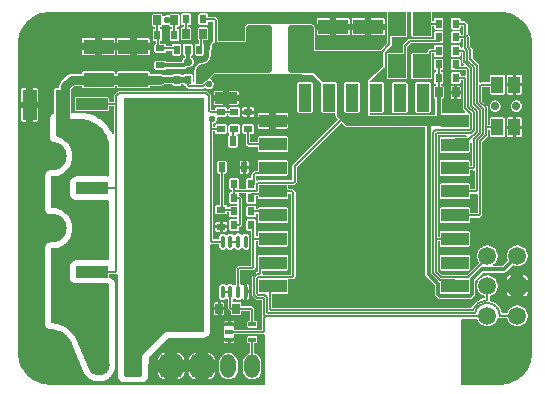
<source format=gtl>
G04*
G04 #@! TF.GenerationSoftware,Altium Limited,Altium Designer,20.1.8 (145)*
G04*
G04 Layer_Physical_Order=1*
G04 Layer_Color=2232046*
%FSAX44Y44*%
%MOMM*%
G71*
G04*
G04 #@! TF.SameCoordinates,038E23F0-B42B-4C45-894E-EE78EB3E0CC3*
G04*
G04*
G04 #@! TF.FilePolarity,Positive*
G04*
G01*
G75*
%ADD13C,0.2032*%
%ADD14C,0.1270*%
%ADD17C,0.1524*%
G04:AMPARAMS|DCode=19|XSize=0.35mm|YSize=0.6mm|CornerRadius=0.0018mm|HoleSize=0mm|Usage=FLASHONLY|Rotation=90.000|XOffset=0mm|YOffset=0mm|HoleType=Round|Shape=RoundedRectangle|*
%AMROUNDEDRECTD19*
21,1,0.3500,0.5965,0,0,90.0*
21,1,0.3465,0.6000,0,0,90.0*
1,1,0.0035,0.2983,0.1733*
1,1,0.0035,0.2983,-0.1733*
1,1,0.0035,-0.2983,-0.1733*
1,1,0.0035,-0.2983,0.1733*
%
%ADD19ROUNDEDRECTD19*%
G04:AMPARAMS|DCode=20|XSize=0.85mm|YSize=0.6mm|CornerRadius=0.003mm|HoleSize=0mm|Usage=FLASHONLY|Rotation=90.000|XOffset=0mm|YOffset=0mm|HoleType=Round|Shape=RoundedRectangle|*
%AMROUNDEDRECTD20*
21,1,0.8500,0.5940,0,0,90.0*
21,1,0.8440,0.6000,0,0,90.0*
1,1,0.0060,0.2970,0.4220*
1,1,0.0060,0.2970,-0.4220*
1,1,0.0060,-0.2970,-0.4220*
1,1,0.0060,-0.2970,0.4220*
%
%ADD20ROUNDEDRECTD20*%
G04:AMPARAMS|DCode=21|XSize=0.55mm|YSize=0.8mm|CornerRadius=0.0028mm|HoleSize=0mm|Usage=FLASHONLY|Rotation=180.000|XOffset=0mm|YOffset=0mm|HoleType=Round|Shape=RoundedRectangle|*
%AMROUNDEDRECTD21*
21,1,0.5500,0.7945,0,0,180.0*
21,1,0.5445,0.8000,0,0,180.0*
1,1,0.0055,-0.2723,0.3973*
1,1,0.0055,0.2723,0.3973*
1,1,0.0055,0.2723,-0.3973*
1,1,0.0055,-0.2723,-0.3973*
%
%ADD21ROUNDEDRECTD21*%
G04:AMPARAMS|DCode=22|XSize=0.95mm|YSize=2.65mm|CornerRadius=0.0048mm|HoleSize=0mm|Usage=FLASHONLY|Rotation=90.000|XOffset=0mm|YOffset=0mm|HoleType=Round|Shape=RoundedRectangle|*
%AMROUNDEDRECTD22*
21,1,0.9500,2.6405,0,0,90.0*
21,1,0.9405,2.6500,0,0,90.0*
1,1,0.0095,1.3203,0.4703*
1,1,0.0095,1.3203,-0.4703*
1,1,0.0095,-1.3203,-0.4703*
1,1,0.0095,-1.3203,0.4703*
%
%ADD22ROUNDEDRECTD22*%
G04:AMPARAMS|DCode=23|XSize=5.55mm|YSize=6.8mm|CornerRadius=0.0278mm|HoleSize=0mm|Usage=FLASHONLY|Rotation=90.000|XOffset=0mm|YOffset=0mm|HoleType=Round|Shape=RoundedRectangle|*
%AMROUNDEDRECTD23*
21,1,5.5500,6.7445,0,0,90.0*
21,1,5.4945,6.8000,0,0,90.0*
1,1,0.0555,3.3723,2.7473*
1,1,0.0555,3.3723,-2.7473*
1,1,0.0555,-3.3723,-2.7473*
1,1,0.0555,-3.3723,2.7473*
%
%ADD23ROUNDEDRECTD23*%
%ADD24O,0.3500X1.1500*%
G04:AMPARAMS|DCode=25|XSize=0.75mm|YSize=0.55mm|CornerRadius=0.0028mm|HoleSize=0mm|Usage=FLASHONLY|Rotation=180.000|XOffset=0mm|YOffset=0mm|HoleType=Round|Shape=RoundedRectangle|*
%AMROUNDEDRECTD25*
21,1,0.7500,0.5445,0,0,180.0*
21,1,0.7445,0.5500,0,0,180.0*
1,1,0.0055,-0.3723,0.2723*
1,1,0.0055,0.3723,0.2723*
1,1,0.0055,0.3723,-0.2723*
1,1,0.0055,-0.3723,-0.2723*
%
%ADD25ROUNDEDRECTD25*%
G04:AMPARAMS|DCode=26|XSize=2.55mm|YSize=1.2mm|CornerRadius=0.006mm|HoleSize=0mm|Usage=FLASHONLY|Rotation=90.000|XOffset=0mm|YOffset=0mm|HoleType=Round|Shape=RoundedRectangle|*
%AMROUNDEDRECTD26*
21,1,2.5500,1.1880,0,0,90.0*
21,1,2.5380,1.2000,0,0,90.0*
1,1,0.0120,0.5940,1.2690*
1,1,0.0120,0.5940,-1.2690*
1,1,0.0120,-0.5940,-1.2690*
1,1,0.0120,-0.5940,1.2690*
%
%ADD26ROUNDEDRECTD26*%
G04:AMPARAMS|DCode=27|XSize=2.55mm|YSize=1.2mm|CornerRadius=0.006mm|HoleSize=0mm|Usage=FLASHONLY|Rotation=0.000|XOffset=0mm|YOffset=0mm|HoleType=Round|Shape=RoundedRectangle|*
%AMROUNDEDRECTD27*
21,1,2.5500,1.1880,0,0,0.0*
21,1,2.5380,1.2000,0,0,0.0*
1,1,0.0120,1.2690,-0.5940*
1,1,0.0120,-1.2690,-0.5940*
1,1,0.0120,-1.2690,0.5940*
1,1,0.0120,1.2690,0.5940*
%
%ADD27ROUNDEDRECTD27*%
G04:AMPARAMS|DCode=28|XSize=1.1mm|YSize=2.3mm|CornerRadius=0.0055mm|HoleSize=0mm|Usage=FLASHONLY|Rotation=270.000|XOffset=0mm|YOffset=0mm|HoleType=Round|Shape=RoundedRectangle|*
%AMROUNDEDRECTD28*
21,1,1.1000,2.2890,0,0,270.0*
21,1,1.0890,2.3000,0,0,270.0*
1,1,0.0110,-1.1445,-0.5445*
1,1,0.0110,-1.1445,0.5445*
1,1,0.0110,1.1445,0.5445*
1,1,0.0110,1.1445,-0.5445*
%
%ADD28ROUNDEDRECTD28*%
G04:AMPARAMS|DCode=29|XSize=1.1mm|YSize=2.3mm|CornerRadius=0.0055mm|HoleSize=0mm|Usage=FLASHONLY|Rotation=0.000|XOffset=0mm|YOffset=0mm|HoleType=Round|Shape=RoundedRectangle|*
%AMROUNDEDRECTD29*
21,1,1.1000,2.2890,0,0,0.0*
21,1,1.0890,2.3000,0,0,0.0*
1,1,0.0110,0.5445,-1.1445*
1,1,0.0110,-0.5445,-1.1445*
1,1,0.0110,-0.5445,1.1445*
1,1,0.0110,0.5445,1.1445*
%
%ADD29ROUNDEDRECTD29*%
G04:AMPARAMS|DCode=30|XSize=0.75mm|YSize=0.55mm|CornerRadius=0.0028mm|HoleSize=0mm|Usage=FLASHONLY|Rotation=90.000|XOffset=0mm|YOffset=0mm|HoleType=Round|Shape=RoundedRectangle|*
%AMROUNDEDRECTD30*
21,1,0.7500,0.5445,0,0,90.0*
21,1,0.7445,0.5500,0,0,90.0*
1,1,0.0055,0.2723,0.3723*
1,1,0.0055,0.2723,-0.3723*
1,1,0.0055,-0.2723,-0.3723*
1,1,0.0055,-0.2723,0.3723*
%
%ADD30ROUNDEDRECTD30*%
G04:AMPARAMS|DCode=31|XSize=0.54mm|YSize=0.75mm|CornerRadius=0.0027mm|HoleSize=0mm|Usage=FLASHONLY|Rotation=0.000|XOffset=0mm|YOffset=0mm|HoleType=Round|Shape=RoundedRectangle|*
%AMROUNDEDRECTD31*
21,1,0.5400,0.7446,0,0,0.0*
21,1,0.5346,0.7500,0,0,0.0*
1,1,0.0054,0.2673,-0.3723*
1,1,0.0054,-0.2673,-0.3723*
1,1,0.0054,-0.2673,0.3723*
1,1,0.0054,0.2673,0.3723*
%
%ADD31ROUNDEDRECTD31*%
G04:AMPARAMS|DCode=32|XSize=1.4mm|YSize=1.05mm|CornerRadius=0.0053mm|HoleSize=0mm|Usage=FLASHONLY|Rotation=90.000|XOffset=0mm|YOffset=0mm|HoleType=Round|Shape=RoundedRectangle|*
%AMROUNDEDRECTD32*
21,1,1.4000,1.0395,0,0,90.0*
21,1,1.3895,1.0500,0,0,90.0*
1,1,0.0105,0.5198,0.6948*
1,1,0.0105,0.5198,-0.6948*
1,1,0.0105,-0.5198,-0.6948*
1,1,0.0105,-0.5198,0.6948*
%
%ADD32ROUNDEDRECTD32*%
G04:AMPARAMS|DCode=33|XSize=1.85mm|YSize=1mm|CornerRadius=0.005mm|HoleSize=0mm|Usage=FLASHONLY|Rotation=180.000|XOffset=0mm|YOffset=0mm|HoleType=Round|Shape=RoundedRectangle|*
%AMROUNDEDRECTD33*
21,1,1.8500,0.9900,0,0,180.0*
21,1,1.8400,1.0000,0,0,180.0*
1,1,0.0100,-0.9200,0.4950*
1,1,0.0100,0.9200,0.4950*
1,1,0.0100,0.9200,-0.4950*
1,1,0.0100,-0.9200,-0.4950*
%
%ADD33ROUNDEDRECTD33*%
G04:AMPARAMS|DCode=34|XSize=4mm|YSize=2.2mm|CornerRadius=0.22mm|HoleSize=0mm|Usage=FLASHONLY|Rotation=90.000|XOffset=0mm|YOffset=0mm|HoleType=Round|Shape=RoundedRectangle|*
%AMROUNDEDRECTD34*
21,1,4.0000,1.7600,0,0,90.0*
21,1,3.5600,2.2000,0,0,90.0*
1,1,0.4400,0.8800,1.7800*
1,1,0.4400,0.8800,-1.7800*
1,1,0.4400,-0.8800,-1.7800*
1,1,0.4400,-0.8800,1.7800*
%
%ADD34ROUNDEDRECTD34*%
%ADD52C,1.5000*%
G04:AMPARAMS|DCode=53|XSize=1.5mm|YSize=1.5mm|CornerRadius=0.15mm|HoleSize=0mm|Usage=FLASHONLY|Rotation=180.000|XOffset=0mm|YOffset=0mm|HoleType=Round|Shape=RoundedRectangle|*
%AMROUNDEDRECTD53*
21,1,1.5000,1.2000,0,0,180.0*
21,1,1.2000,1.5000,0,0,180.0*
1,1,0.3000,-0.6000,0.6000*
1,1,0.3000,0.6000,0.6000*
1,1,0.3000,0.6000,-0.6000*
1,1,0.3000,-0.6000,-0.6000*
%
%ADD53ROUNDEDRECTD53*%
G04:AMPARAMS|DCode=61|XSize=1.5mm|YSize=2mm|CornerRadius=0.0075mm|HoleSize=0mm|Usage=FLASHONLY|Rotation=0.000|XOffset=0mm|YOffset=0mm|HoleType=Round|Shape=RoundedRectangle|*
%AMROUNDEDRECTD61*
21,1,1.5000,1.9850,0,0,0.0*
21,1,1.4850,2.0000,0,0,0.0*
1,1,0.0150,0.7425,-0.9925*
1,1,0.0150,-0.7425,-0.9925*
1,1,0.0150,-0.7425,0.9925*
1,1,0.0150,0.7425,0.9925*
%
%ADD61ROUNDEDRECTD61*%
%ADD62C,0.3048*%
%ADD63C,0.7620*%
%ADD64C,0.5080*%
%ADD65C,0.8128*%
%ADD66C,0.7000*%
G04:AMPARAMS|DCode=67|XSize=1.6mm|YSize=2mm|CornerRadius=0.16mm|HoleSize=0mm|Usage=FLASHONLY|Rotation=0.000|XOffset=0mm|YOffset=0mm|HoleType=Round|Shape=RoundedRectangle|*
%AMROUNDEDRECTD67*
21,1,1.6000,1.6800,0,0,0.0*
21,1,1.2800,2.0000,0,0,0.0*
1,1,0.3200,0.6400,-0.8400*
1,1,0.3200,-0.6400,-0.8400*
1,1,0.3200,-0.6400,0.8400*
1,1,0.3200,0.6400,0.8400*
%
%ADD67ROUNDEDRECTD67*%
%ADD68C,1.8000*%
%ADD69O,4.0000X2.4000*%
%ADD70C,3.8000*%
G04:AMPARAMS|DCode=71|XSize=1.3mm|YSize=2mm|CornerRadius=0.65mm|HoleSize=0mm|Usage=FLASHONLY|Rotation=0.000|XOffset=0mm|YOffset=0mm|HoleType=Round|Shape=RoundedRectangle|*
%AMROUNDEDRECTD71*
21,1,1.3000,0.7000,0,0,0.0*
21,1,0.0000,2.0000,0,0,0.0*
1,1,1.3000,0.0000,-0.3500*
1,1,1.3000,0.0000,-0.3500*
1,1,1.3000,0.0000,0.3500*
1,1,1.3000,0.0000,0.3500*
%
%ADD71ROUNDEDRECTD71*%
G04:AMPARAMS|DCode=72|XSize=2mm|YSize=2mm|CornerRadius=0.5mm|HoleSize=0mm|Usage=FLASHONLY|Rotation=0.000|XOffset=0mm|YOffset=0mm|HoleType=Round|Shape=RoundedRectangle|*
%AMROUNDEDRECTD72*
21,1,2.0000,1.0000,0,0,0.0*
21,1,1.0000,2.0000,0,0,0.0*
1,1,1.0000,0.5000,-0.5000*
1,1,1.0000,-0.5000,-0.5000*
1,1,1.0000,-0.5000,0.5000*
1,1,1.0000,0.5000,0.5000*
%
%ADD72ROUNDEDRECTD72*%
%ADD73C,0.6600*%
%ADD74C,0.5600*%
G36*
X00412187Y00317783D02*
X00414360Y00317526D01*
X00416506Y00317099D01*
X00418612Y00316505D01*
X00420665Y00315748D01*
X00422652Y00314832D01*
X00424562Y00313762D01*
X00426381Y00312547D01*
X00428100Y00311192D01*
X00429706Y00309706D01*
X00431192Y00308099D01*
X00432547Y00306381D01*
X00433762Y00304562D01*
X00434832Y00302652D01*
X00435748Y00300665D01*
X00436505Y00298612D01*
X00437099Y00296506D01*
X00437526Y00294360D01*
X00437783Y00292187D01*
X00437815Y00291387D01*
X00437855Y00290000D01*
X00437855Y00290000D01*
X00437855Y00288637D01*
Y00030000D01*
X00437866Y00029915D01*
X00437783Y00027813D01*
X00437526Y00025640D01*
X00437099Y00023494D01*
X00436505Y00021388D01*
X00435748Y00019335D01*
X00434832Y00017348D01*
X00433762Y00015438D01*
X00432547Y00013619D01*
X00431192Y00011901D01*
X00429706Y00010294D01*
X00428100Y00008808D01*
X00426381Y00007454D01*
X00424562Y00006238D01*
X00422652Y00005168D01*
X00420665Y00004252D01*
X00418612Y00003495D01*
X00416506Y00002901D01*
X00414360Y00002474D01*
X00412187Y00002217D01*
X00411387Y00002185D01*
X00410000Y00002145D01*
X00410000Y00002145D01*
X00408627Y00002145D01*
X00377494D01*
Y00057227D01*
X00378777Y00057940D01*
X00391250D01*
X00391546Y00057069D01*
X00392055Y00056038D01*
X00392693Y00055082D01*
X00393451Y00054217D01*
X00394316Y00053459D01*
X00395272Y00052821D01*
X00396303Y00052312D01*
X00397391Y00051943D01*
X00398519Y00051718D01*
X00399666Y00051643D01*
X00400813Y00051718D01*
X00401941Y00051943D01*
X00403029Y00052312D01*
X00404060Y00052821D01*
X00405016Y00053459D01*
X00405881Y00054217D01*
X00406639Y00055082D01*
X00407277Y00056038D01*
X00407786Y00057069D01*
X00408106Y00058011D01*
X00408604Y00058307D01*
X00409677Y00058645D01*
X00409844Y00058576D01*
X00410341Y00058511D01*
X00416506D01*
X00416577Y00058157D01*
X00416946Y00057069D01*
X00417455Y00056038D01*
X00418093Y00055082D01*
X00418851Y00054217D01*
X00419716Y00053459D01*
X00420672Y00052821D01*
X00421703Y00052312D01*
X00422791Y00051943D01*
X00423919Y00051718D01*
X00425066Y00051643D01*
X00426213Y00051718D01*
X00427341Y00051943D01*
X00428429Y00052312D01*
X00429460Y00052821D01*
X00430416Y00053459D01*
X00431281Y00054217D01*
X00432039Y00055082D01*
X00432677Y00056038D01*
X00433186Y00057069D01*
X00433555Y00058157D01*
X00433780Y00059285D01*
X00433855Y00060432D01*
X00433780Y00061579D01*
X00433555Y00062707D01*
X00433186Y00063795D01*
X00432677Y00064826D01*
X00432039Y00065782D01*
X00431281Y00066647D01*
X00430416Y00067405D01*
X00429460Y00068043D01*
X00428429Y00068552D01*
X00427341Y00068921D01*
X00426213Y00069146D01*
X00425066Y00069221D01*
X00423919Y00069146D01*
X00422791Y00068921D01*
X00421703Y00068552D01*
X00420672Y00068043D01*
X00419716Y00067405D01*
X00418851Y00066647D01*
X00418093Y00065782D01*
X00417455Y00064826D01*
X00416946Y00063795D01*
X00416577Y00062707D01*
X00416506Y00062353D01*
X00412100D01*
X00411950Y00063236D01*
X00411559Y00064594D01*
X00411018Y00065899D01*
X00410335Y00067136D01*
X00409517Y00068288D01*
X00408576Y00069341D01*
X00407522Y00070283D01*
X00406370Y00071101D01*
X00405133Y00071784D01*
X00403828Y00072325D01*
X00402813Y00072617D01*
X00401522Y00073150D01*
X00401587Y00073647D01*
Y00077272D01*
X00401941Y00077343D01*
X00403029Y00077712D01*
X00404060Y00078221D01*
X00405016Y00078859D01*
X00405881Y00079617D01*
X00406639Y00080482D01*
X00407277Y00081438D01*
X00407786Y00082469D01*
X00408155Y00083557D01*
X00408380Y00084685D01*
X00408455Y00085832D01*
X00408380Y00086979D01*
X00408155Y00088107D01*
X00407786Y00089195D01*
X00407277Y00090226D01*
X00406639Y00091182D01*
X00405881Y00092047D01*
X00405016Y00092805D01*
X00404060Y00093443D01*
X00403029Y00093952D01*
X00401941Y00094321D01*
X00400813Y00094546D01*
X00399666Y00094621D01*
X00398519Y00094546D01*
X00397391Y00094321D01*
X00396303Y00093952D01*
X00395272Y00093443D01*
X00394316Y00092805D01*
X00393451Y00092047D01*
X00392693Y00091182D01*
X00392055Y00090226D01*
X00391546Y00089195D01*
X00391177Y00088107D01*
X00390952Y00086979D01*
X00390877Y00085832D01*
X00390952Y00084685D01*
X00391177Y00083557D01*
X00391546Y00082469D01*
X00392055Y00081438D01*
X00392693Y00080482D01*
X00393451Y00079617D01*
X00394316Y00078859D01*
X00395272Y00078221D01*
X00396303Y00077712D01*
X00397391Y00077343D01*
X00397745Y00077272D01*
Y00075443D01*
X00396286Y00075195D01*
X00394649Y00074724D01*
X00393076Y00074072D01*
X00391585Y00073248D01*
X00390196Y00072262D01*
X00388926Y00071127D01*
X00387791Y00069857D01*
X00386805Y00068468D01*
X00385981Y00066977D01*
X00385934Y00066863D01*
X00217488D01*
Y00078885D01*
X00229641D01*
X00229986Y00078930D01*
X00230309Y00079064D01*
X00230585Y00079276D01*
X00230798Y00079553D01*
X00230931Y00079875D01*
X00230977Y00080221D01*
Y00091111D01*
X00231011Y00091150D01*
X00234494D01*
X00234494Y00091150D01*
X00234991Y00091215D01*
X00235455Y00091407D01*
X00235853Y00091712D01*
X00236817Y00092676D01*
X00236817Y00092676D01*
X00237122Y00093074D01*
X00237314Y00093538D01*
X00237379Y00094035D01*
X00237379Y00094035D01*
Y00164740D01*
X00237314Y00165238D01*
X00237122Y00165701D01*
X00236817Y00166099D01*
X00236817Y00166099D01*
X00235881Y00167035D01*
X00235483Y00167340D01*
X00235019Y00167532D01*
X00234522Y00167598D01*
X00234522Y00167598D01*
X00230977D01*
Y00171121D01*
X00231011Y00171160D01*
X00235581D01*
X00235581Y00171160D01*
X00236078Y00171225D01*
X00236542Y00171417D01*
X00236940Y00171722D01*
X00237871Y00172653D01*
X00237871Y00172654D01*
X00238176Y00173051D01*
X00238368Y00173515D01*
X00238434Y00174012D01*
X00238434Y00174012D01*
Y00186471D01*
X00275450Y00223488D01*
X00276847Y00223488D01*
X00279942Y00220392D01*
X00280363Y00220112D01*
X00280858Y00220013D01*
X00298806Y00220013D01*
X00298819Y00220016D01*
X00347253D01*
Y00095381D01*
X00347349Y00094652D01*
X00347631Y00093972D01*
X00348078Y00093389D01*
X00355039Y00086428D01*
Y00079041D01*
X00355135Y00078312D01*
X00355417Y00077632D01*
X00355865Y00077048D01*
X00357534Y00075379D01*
X00358117Y00074931D01*
X00358797Y00074650D01*
X00359526Y00074554D01*
X00384777D01*
X00385506Y00074650D01*
X00386186Y00074931D01*
X00386769Y00075379D01*
X00388571Y00077181D01*
X00389019Y00077764D01*
X00389300Y00078444D01*
X00389396Y00079173D01*
Y00090014D01*
X00396232Y00096850D01*
X00413502D01*
X00414231Y00096946D01*
X00414911Y00097227D01*
X00415495Y00097675D01*
X00421186Y00103367D01*
X00421703Y00103112D01*
X00422791Y00102743D01*
X00423919Y00102518D01*
X00425066Y00102443D01*
X00426213Y00102518D01*
X00427341Y00102743D01*
X00428429Y00103112D01*
X00429460Y00103621D01*
X00430416Y00104259D01*
X00431281Y00105017D01*
X00432039Y00105882D01*
X00432677Y00106838D01*
X00433186Y00107869D01*
X00433555Y00108957D01*
X00433780Y00110085D01*
X00433855Y00111232D01*
X00433780Y00112379D01*
X00433555Y00113507D01*
X00433186Y00114595D01*
X00432677Y00115626D01*
X00432039Y00116582D01*
X00431281Y00117447D01*
X00430416Y00118205D01*
X00429460Y00118843D01*
X00428429Y00119352D01*
X00427341Y00119721D01*
X00426213Y00119946D01*
X00425066Y00120021D01*
X00423919Y00119946D01*
X00422791Y00119721D01*
X00421703Y00119352D01*
X00420672Y00118843D01*
X00419716Y00118205D01*
X00418851Y00117447D01*
X00418093Y00116582D01*
X00417455Y00115626D01*
X00416946Y00114595D01*
X00416577Y00113507D01*
X00416352Y00112379D01*
X00416277Y00111232D01*
X00416352Y00110085D01*
X00416577Y00108957D01*
X00416946Y00107869D01*
X00417201Y00107352D01*
X00412335Y00102486D01*
X00404877D01*
X00404453Y00103883D01*
X00405016Y00104259D01*
X00405881Y00105017D01*
X00406639Y00105882D01*
X00407277Y00106838D01*
X00407786Y00107869D01*
X00408155Y00108957D01*
X00408380Y00110085D01*
X00408455Y00111232D01*
X00408380Y00112379D01*
X00408155Y00113507D01*
X00407786Y00114595D01*
X00407277Y00115626D01*
X00406639Y00116582D01*
X00405881Y00117447D01*
X00405016Y00118205D01*
X00404060Y00118843D01*
X00403029Y00119352D01*
X00401941Y00119721D01*
X00400813Y00119946D01*
X00399666Y00120021D01*
X00398519Y00119946D01*
X00397391Y00119721D01*
X00396303Y00119352D01*
X00395272Y00118843D01*
X00394316Y00118205D01*
X00393451Y00117447D01*
X00392693Y00116582D01*
X00392055Y00115626D01*
X00391546Y00114595D01*
X00391177Y00113507D01*
X00390952Y00112379D01*
X00390877Y00111232D01*
X00390952Y00110085D01*
X00391177Y00108957D01*
X00391546Y00107869D01*
X00392055Y00106838D01*
X00392693Y00105882D01*
X00393169Y00105339D01*
X00382823Y00094993D01*
X00361619D01*
X00357962Y00098650D01*
Y00123623D01*
X00359370D01*
Y00120099D01*
X00359416Y00119753D01*
X00359549Y00119431D01*
X00359762Y00119154D01*
X00360038Y00118942D01*
X00360361Y00118808D01*
X00360706Y00118763D01*
X00383597D01*
X00383942Y00118808D01*
X00384265Y00118942D01*
X00384542Y00119154D01*
X00384754Y00119431D01*
X00384887Y00119753D01*
X00384933Y00120099D01*
Y00130989D01*
X00384887Y00131335D01*
X00384754Y00131657D01*
X00384542Y00131934D01*
X00384265Y00132146D01*
X00383942Y00132280D01*
X00383597Y00132325D01*
X00360706D01*
X00360361Y00132280D01*
X00360038Y00132146D01*
X00359762Y00131934D01*
X00359549Y00131657D01*
X00359416Y00131335D01*
X00359370Y00130989D01*
Y00127465D01*
X00357962D01*
Y00213500D01*
X00381609D01*
X00382355Y00212103D01*
X00382346Y00212088D01*
X00372152D01*
X00372100Y00212081D01*
X00360706D01*
X00360361Y00212036D01*
X00360038Y00211902D01*
X00359762Y00211690D01*
X00359549Y00211413D01*
X00359416Y00211091D01*
X00359370Y00210745D01*
Y00199855D01*
X00359416Y00199509D01*
X00359549Y00199187D01*
X00359762Y00198910D01*
X00360038Y00198698D01*
X00360361Y00198564D01*
X00360706Y00198519D01*
X00383597D01*
X00383942Y00198564D01*
X00384265Y00198698D01*
X00384542Y00198910D01*
X00384754Y00199187D01*
X00384887Y00199509D01*
X00384933Y00199855D01*
Y00206848D01*
X00385048Y00206943D01*
X00386392Y00206311D01*
X00386445Y00206220D01*
Y00187409D01*
X00384933D01*
Y00190933D01*
X00384887Y00191279D01*
X00384754Y00191601D01*
X00384542Y00191878D01*
X00384265Y00192090D01*
X00383942Y00192224D01*
X00383597Y00192269D01*
X00360706D01*
X00360361Y00192224D01*
X00360038Y00192090D01*
X00359762Y00191878D01*
X00359549Y00191601D01*
X00359416Y00191279D01*
X00359370Y00190933D01*
Y00180043D01*
X00359416Y00179697D01*
X00359549Y00179375D01*
X00359762Y00179098D01*
X00360038Y00178886D01*
X00360361Y00178752D01*
X00360706Y00178707D01*
X00383597D01*
X00383942Y00178752D01*
X00384265Y00178886D01*
X00384542Y00179098D01*
X00384754Y00179375D01*
X00384887Y00179697D01*
X00384933Y00180043D01*
Y00183567D01*
X00387452D01*
X00387452Y00183567D01*
X00387588Y00183584D01*
X00388583Y00182983D01*
X00388985Y00182571D01*
Y00167598D01*
X00384933D01*
Y00171121D01*
X00384887Y00171467D01*
X00384754Y00171789D01*
X00384542Y00172066D01*
X00384265Y00172278D01*
X00383942Y00172412D01*
X00383597Y00172457D01*
X00360706D01*
X00360361Y00172412D01*
X00360038Y00172278D01*
X00359762Y00172066D01*
X00359549Y00171789D01*
X00359416Y00171467D01*
X00359370Y00171121D01*
Y00160231D01*
X00359416Y00159885D01*
X00359549Y00159563D01*
X00359762Y00159286D01*
X00360038Y00159074D01*
X00360361Y00158940D01*
X00360706Y00158895D01*
X00383597D01*
X00383942Y00158940D01*
X00384265Y00159074D01*
X00384542Y00159286D01*
X00384754Y00159563D01*
X00384887Y00159885D01*
X00384933Y00160231D01*
Y00163755D01*
X00389975D01*
X00389975Y00163755D01*
X00390127Y00163775D01*
X00391113Y00163184D01*
X00391525Y00162776D01*
Y00147277D01*
X00384933D01*
Y00150801D01*
X00384887Y00151147D01*
X00384754Y00151469D01*
X00384542Y00151746D01*
X00384265Y00151958D01*
X00383942Y00152092D01*
X00383597Y00152137D01*
X00360706D01*
X00360361Y00152092D01*
X00360038Y00151958D01*
X00359762Y00151746D01*
X00359549Y00151469D01*
X00359416Y00151147D01*
X00359370Y00150801D01*
Y00139911D01*
X00359416Y00139565D01*
X00359549Y00139243D01*
X00359762Y00138966D01*
X00360038Y00138754D01*
X00360361Y00138620D01*
X00360706Y00138575D01*
X00383597D01*
X00383942Y00138620D01*
X00384265Y00138754D01*
X00384542Y00138966D01*
X00384754Y00139243D01*
X00384887Y00139565D01*
X00384933Y00139911D01*
Y00143435D01*
X00392558D01*
X00392559Y00143435D01*
X00393056Y00143500D01*
X00393519Y00143692D01*
X00393917Y00143997D01*
X00394805Y00144885D01*
X00394805Y00144885D01*
X00395110Y00145283D01*
X00395302Y00145746D01*
X00395368Y00146243D01*
X00395367Y00146244D01*
Y00207558D01*
X00399631Y00211821D01*
X00399631Y00211821D01*
X00399936Y00212219D01*
X00400128Y00212682D01*
X00400193Y00213179D01*
X00400193Y00213180D01*
Y00218079D01*
X00401603D01*
Y00213053D01*
X00401648Y00212707D01*
X00401781Y00212386D01*
X00401993Y00212109D01*
X00402270Y00211897D01*
X00402591Y00211764D01*
X00402937Y00211719D01*
X00413331D01*
X00413677Y00211764D01*
X00413998Y00211897D01*
X00414275Y00212109D01*
X00414487Y00212386D01*
X00414620Y00212707D01*
X00414665Y00213053D01*
Y00226947D01*
X00414620Y00227293D01*
X00414487Y00227614D01*
X00414275Y00227891D01*
X00413998Y00228103D01*
X00413677Y00228236D01*
X00413331Y00228281D01*
X00402937D01*
X00402591Y00228236D01*
X00402270Y00228103D01*
X00401993Y00227891D01*
X00401781Y00227614D01*
X00401648Y00227293D01*
X00401603Y00226947D01*
Y00221922D01*
X00400178D01*
Y00236883D01*
X00400178Y00236883D01*
X00400112Y00237381D01*
X00399921Y00237844D01*
X00399615Y00238242D01*
X00399615Y00238242D01*
X00395505Y00242352D01*
Y00254079D01*
X00401603D01*
Y00249053D01*
X00401648Y00248707D01*
X00401781Y00248386D01*
X00401993Y00248109D01*
X00402270Y00247897D01*
X00402591Y00247764D01*
X00402937Y00247719D01*
X00413331D01*
X00413677Y00247764D01*
X00413998Y00247897D01*
X00414275Y00248109D01*
X00414487Y00248386D01*
X00414620Y00248707D01*
X00414665Y00249053D01*
Y00262948D01*
X00414620Y00263293D01*
X00414487Y00263614D01*
X00414275Y00263891D01*
X00413998Y00264103D01*
X00413677Y00264236D01*
X00413331Y00264281D01*
X00402937D01*
X00402591Y00264236D01*
X00402270Y00264103D01*
X00401993Y00263891D01*
X00401781Y00263614D01*
X00401648Y00263293D01*
X00401603Y00262948D01*
Y00257921D01*
X00394511D01*
X00394363Y00257902D01*
X00393374Y00258496D01*
X00392966Y00258905D01*
Y00271975D01*
X00392966Y00271975D01*
X00392900Y00272473D01*
X00392708Y00272936D01*
X00392403Y00273334D01*
X00392403Y00273334D01*
X00387368Y00278369D01*
Y00285815D01*
X00387302Y00286312D01*
X00387110Y00286775D01*
X00386805Y00287174D01*
X00386805Y00287174D01*
X00385070Y00288909D01*
Y00296388D01*
X00385070Y00296388D01*
X00385005Y00296886D01*
X00384813Y00297349D01*
X00384507Y00297747D01*
X00384507Y00297747D01*
X00383091Y00299163D01*
Y00306760D01*
X00383091Y00306760D01*
X00383025Y00307257D01*
X00382833Y00307721D01*
X00382528Y00308119D01*
X00382528Y00308119D01*
X00381542Y00309105D01*
X00381144Y00309410D01*
X00380681Y00309602D01*
X00380183Y00309668D01*
X00380183Y00309668D01*
X00376995D01*
Y00311469D01*
X00376951Y00311807D01*
X00376820Y00312123D01*
X00376612Y00312394D01*
X00376341Y00312602D01*
X00376025Y00312733D01*
X00375686Y00312777D01*
X00370242D01*
X00369903Y00312733D01*
X00369587Y00312602D01*
X00369316Y00312394D01*
X00369108Y00312123D01*
X00368977Y00311807D01*
X00368933Y00311469D01*
Y00304024D01*
X00368977Y00303685D01*
X00369108Y00303369D01*
X00369316Y00303098D01*
X00369587Y00302890D01*
X00369903Y00302760D01*
X00370242Y00302715D01*
X00375686D01*
X00376025Y00302760D01*
X00376341Y00302890D01*
X00376612Y00303098D01*
X00376820Y00303369D01*
X00376951Y00303685D01*
X00376995Y00304024D01*
Y00305825D01*
X00379248D01*
Y00298368D01*
X00379248Y00298367D01*
X00379071Y00298165D01*
X00376995D01*
Y00299966D01*
X00376951Y00300305D01*
X00376820Y00300620D01*
X00376612Y00300891D01*
X00376341Y00301099D01*
X00376025Y00301230D01*
X00375686Y00301275D01*
X00370242D01*
X00369903Y00301230D01*
X00369587Y00301099D01*
X00369316Y00300891D01*
X00369108Y00300620D01*
X00368977Y00300305D01*
X00368933Y00299966D01*
Y00292521D01*
X00368977Y00292182D01*
X00369108Y00291867D01*
X00369316Y00291596D01*
X00369587Y00291388D01*
X00369903Y00291257D01*
X00370242Y00291212D01*
X00375686D01*
X00376025Y00291257D01*
X00376341Y00291388D01*
X00376612Y00291596D01*
X00376820Y00291867D01*
X00376951Y00292182D01*
X00376995Y00292521D01*
Y00294322D01*
X00378687D01*
Y00288026D01*
X00377393Y00286813D01*
X00376995Y00286849D01*
Y00288383D01*
X00376951Y00288722D01*
X00376820Y00289038D01*
X00376612Y00289309D01*
X00376341Y00289517D01*
X00376025Y00289648D01*
X00375686Y00289692D01*
X00370242D01*
X00369903Y00289648D01*
X00369587Y00289517D01*
X00369316Y00289309D01*
X00369108Y00289038D01*
X00368977Y00288722D01*
X00368933Y00288383D01*
Y00280938D01*
X00368977Y00280600D01*
X00369108Y00280284D01*
X00369316Y00280013D01*
X00369587Y00279805D01*
X00369903Y00279674D01*
X00370242Y00279630D01*
X00375686D01*
X00376025Y00279674D01*
X00376341Y00279805D01*
X00376612Y00280013D01*
X00376820Y00280284D01*
X00376951Y00280600D01*
X00376995Y00280938D01*
Y00282740D01*
X00378445D01*
Y00275469D01*
X00378445Y00275469D01*
X00378510Y00274972D01*
X00378702Y00274508D01*
X00379008Y00274110D01*
X00379179Y00273939D01*
X00379179Y00273939D01*
X00379876Y00273242D01*
X00379342Y00271951D01*
X00376995D01*
Y00276881D01*
X00376951Y00277220D01*
X00376820Y00277535D01*
X00376612Y00277806D01*
X00376341Y00278014D01*
X00376025Y00278145D01*
X00375686Y00278190D01*
X00370242D01*
X00369903Y00278145D01*
X00369587Y00278014D01*
X00369316Y00277806D01*
X00369108Y00277535D01*
X00368977Y00277220D01*
X00368933Y00276881D01*
Y00269436D01*
X00368977Y00269097D01*
X00369108Y00268782D01*
X00369316Y00268510D01*
X00369587Y00268302D01*
X00369903Y00268172D01*
X00370242Y00268127D01*
X00372819D01*
X00372964Y00268108D01*
X00381418D01*
X00381503Y00268023D01*
Y00264582D01*
X00381106Y00264168D01*
X00380106Y00263561D01*
X00379979Y00263577D01*
X00379979Y00263577D01*
X00376995D01*
Y00265378D01*
X00376951Y00265717D01*
X00376820Y00266033D01*
X00376612Y00266304D01*
X00376341Y00266512D01*
X00376025Y00266642D01*
X00375686Y00266687D01*
X00370242D01*
X00369903Y00266642D01*
X00369587Y00266512D01*
X00369316Y00266304D01*
X00369108Y00266033D01*
X00368977Y00265717D01*
X00368933Y00265378D01*
Y00257933D01*
X00368977Y00257595D01*
X00369108Y00257279D01*
X00369316Y00257008D01*
X00369587Y00256800D01*
X00369903Y00256669D01*
X00370242Y00256625D01*
X00375686D01*
X00376025Y00256669D01*
X00376341Y00256800D01*
X00376612Y00257008D01*
X00376820Y00257279D01*
X00376951Y00257595D01*
X00376995Y00257933D01*
Y00259734D01*
X00378963D01*
Y00236296D01*
X00378963Y00236295D01*
X00379028Y00235798D01*
X00379220Y00235335D01*
X00379525Y00234937D01*
X00381024Y00233438D01*
X00380489Y00232147D01*
X00361282D01*
Y00243933D01*
X00361434D01*
X00361773Y00243977D01*
X00362090Y00244108D01*
X00362361Y00244317D01*
X00362570Y00244588D01*
X00362701Y00244904D01*
X00362745Y00245244D01*
Y00253684D01*
X00362701Y00254023D01*
X00362570Y00254340D01*
X00362361Y00254611D01*
X00362090Y00254820D01*
X00361773Y00254951D01*
X00361434Y00254995D01*
X00360385D01*
Y00256625D01*
X00361186D01*
X00361525Y00256669D01*
X00361841Y00256800D01*
X00362112Y00257008D01*
X00362320Y00257279D01*
X00362451Y00257595D01*
X00362495Y00257933D01*
Y00265378D01*
X00362451Y00265717D01*
X00362320Y00266033D01*
X00362112Y00266304D01*
X00361841Y00266512D01*
X00361525Y00266642D01*
X00361186Y00266687D01*
X00360385D01*
Y00268127D01*
X00361186D01*
X00361525Y00268172D01*
X00361841Y00268302D01*
X00362112Y00268510D01*
X00362320Y00268782D01*
X00362451Y00269097D01*
X00362495Y00269436D01*
Y00276881D01*
X00362451Y00277220D01*
X00362320Y00277535D01*
X00362112Y00277806D01*
X00361841Y00278014D01*
X00361525Y00278145D01*
X00361186Y00278190D01*
X00355742D01*
X00355403Y00278145D01*
X00355087Y00278014D01*
X00354816Y00277806D01*
X00354608Y00277535D01*
X00354477Y00277220D01*
X00354433Y00276881D01*
Y00269436D01*
X00354477Y00269097D01*
X00354608Y00268782D01*
X00354816Y00268510D01*
X00355087Y00268302D01*
X00355403Y00268172D01*
X00355742Y00268127D01*
X00356543D01*
Y00266687D01*
X00355742D01*
X00355403Y00266642D01*
X00355087Y00266512D01*
X00354816Y00266304D01*
X00354608Y00266033D01*
X00354477Y00265717D01*
X00354433Y00265378D01*
Y00257933D01*
X00354477Y00257595D01*
X00354608Y00257279D01*
X00354816Y00257008D01*
X00355087Y00256800D01*
X00355403Y00256669D01*
X00355742Y00256625D01*
X00356543D01*
Y00254995D01*
X00355494D01*
X00355155Y00254951D01*
X00354838Y00254820D01*
X00354567Y00254611D01*
X00354358Y00254340D01*
X00354227Y00254023D01*
X00354183Y00253684D01*
Y00245244D01*
X00354227Y00244904D01*
X00354358Y00244588D01*
X00354567Y00244317D01*
X00354838Y00244108D01*
X00355155Y00243977D01*
X00355494Y00243933D01*
X00355646D01*
Y00230716D01*
X00300101D01*
Y00232376D01*
X00300143Y00232413D01*
X00311033D01*
X00311378Y00232458D01*
X00311701Y00232592D01*
X00311978Y00232804D01*
X00312190Y00233081D01*
X00312323Y00233403D01*
X00312369Y00233749D01*
Y00256639D01*
X00312323Y00256985D01*
X00312190Y00257307D01*
X00311978Y00257584D01*
X00311701Y00257796D01*
X00311378Y00257930D01*
X00311033Y00257976D01*
X00300143D01*
X00300101Y00258012D01*
Y00259502D01*
X00312346Y00270020D01*
X00312376Y00270059D01*
X00312418Y00270086D01*
X00312531Y00270257D01*
X00312657Y00270417D01*
X00312671Y00270465D01*
X00312698Y00270506D01*
X00312738Y00270707D01*
X00312793Y00270904D01*
X00312787Y00270953D01*
X00312797Y00271002D01*
Y00271143D01*
X00312805Y00271204D01*
Y00282956D01*
X00318366Y00288517D01*
X00318732Y00288994D01*
X00318963Y00289550D01*
X00319041Y00290147D01*
Y00296536D01*
X00330639D01*
X00330990Y00296583D01*
X00331317Y00296718D01*
X00331598Y00296934D01*
X00331814Y00297215D01*
X00331949Y00297542D01*
X00331996Y00297893D01*
Y00317743D01*
X00332094Y00317855D01*
X00335335D01*
X00335433Y00317743D01*
Y00297893D01*
X00335479Y00297542D01*
X00335614Y00297215D01*
X00335830Y00296934D01*
X00336111Y00296718D01*
X00336438Y00296583D01*
X00336789Y00296536D01*
X00351639D01*
X00351990Y00296583D01*
X00352317Y00296718D01*
X00352598Y00296934D01*
X00352814Y00297215D01*
X00352949Y00297542D01*
X00352996Y00297893D01*
Y00305825D01*
X00354433D01*
Y00304024D01*
X00354477Y00303685D01*
X00354608Y00303369D01*
X00354816Y00303098D01*
X00355087Y00302890D01*
X00355403Y00302760D01*
X00355742Y00302715D01*
X00361186D01*
X00361525Y00302760D01*
X00361841Y00302890D01*
X00362112Y00303098D01*
X00362320Y00303369D01*
X00362451Y00303685D01*
X00362495Y00304024D01*
Y00311469D01*
X00362451Y00311807D01*
X00362320Y00312123D01*
X00362112Y00312394D01*
X00361841Y00312602D01*
X00361525Y00312733D01*
X00361186Y00312777D01*
X00355742D01*
X00355403Y00312733D01*
X00355087Y00312602D01*
X00354816Y00312394D01*
X00354608Y00312123D01*
X00354477Y00311807D01*
X00354433Y00311469D01*
Y00309668D01*
X00352996D01*
Y00317743D01*
X00353093Y00317855D01*
X00410000D01*
X00410084Y00317866D01*
X00412187Y00317783D01*
D02*
G37*
G36*
X00030000Y00317855D02*
X00314335D01*
X00314432Y00317743D01*
Y00306838D01*
X00314430Y00306818D01*
Y00291102D01*
X00308793Y00285465D01*
X00253813Y00285465D01*
Y00303928D01*
X00253746Y00304608D01*
X00253548Y00305262D01*
X00253226Y00305865D01*
X00252792Y00306394D01*
X00252264Y00306827D01*
X00251661Y00307149D01*
X00251007Y00307348D01*
X00250326Y00307415D01*
X00241567D01*
X00241527Y00307423D01*
X00206527D01*
X00206486Y00307415D01*
X00197726D01*
X00197046Y00307348D01*
X00196392Y00307149D01*
X00195789Y00306827D01*
X00195261Y00306394D01*
X00194827Y00305865D01*
X00194505Y00305262D01*
X00194307Y00304608D01*
X00194240Y00303928D01*
Y00293134D01*
X00172896Y00293133D01*
X00171908Y00294121D01*
Y00310316D01*
X00171838Y00310846D01*
X00171633Y00311341D01*
X00171308Y00311765D01*
X00170220Y00312853D01*
X00169795Y00313179D01*
X00169301Y00313384D01*
X00168771Y00313454D01*
X00163146D01*
Y00315126D01*
X00163101Y00315465D01*
X00162970Y00315781D01*
X00162762Y00316052D01*
X00162491Y00316260D01*
X00162176Y00316391D01*
X00161837Y00316435D01*
X00156392D01*
X00156053Y00316391D01*
X00155738Y00316260D01*
X00155467Y00316052D01*
X00155259Y00315781D01*
X00155128Y00315465D01*
X00155083Y00315126D01*
Y00307682D01*
X00155128Y00307343D01*
X00155259Y00307027D01*
X00155467Y00306756D01*
X00155738Y00306548D01*
X00156053Y00306417D01*
X00156392Y00306373D01*
X00161837D01*
X00162176Y00306417D01*
X00162491Y00306548D01*
X00162762Y00306756D01*
X00162970Y00307027D01*
X00163101Y00307343D01*
X00163146Y00307682D01*
Y00309354D01*
X00167809D01*
Y00292734D01*
X00167776Y00292721D01*
X00167676Y00292658D01*
X00167565Y00292617D01*
X00167052Y00292304D01*
X00166965Y00292224D01*
X00166863Y00292164D01*
X00166416Y00291763D01*
X00166345Y00291668D01*
X00166255Y00291590D01*
X00165887Y00291115D01*
X00165835Y00291009D01*
X00165761Y00290917D01*
X00165485Y00290383D01*
X00165452Y00290269D01*
X00165397Y00290165D01*
X00165222Y00289589D01*
X00165211Y00289472D01*
X00165175Y00289359D01*
X00165141Y00289061D01*
X00165141Y00289061D01*
X00164293Y00281571D01*
X00164294Y00281559D01*
X00164291Y00281547D01*
X00164249Y00281107D01*
X00164094Y00280256D01*
X00163849Y00279446D01*
X00163513Y00278668D01*
X00163091Y00277934D01*
X00162588Y00277253D01*
X00162012Y00276633D01*
X00161368Y00276082D01*
X00160667Y00275609D01*
X00159915Y00275217D01*
X00159124Y00274914D01*
X00158287Y00274699D01*
X00157868Y00274628D01*
X00157372Y00274559D01*
X00157262Y00274521D01*
X00157146Y00274507D01*
X00156157Y00274182D01*
X00156056Y00274125D01*
X00155945Y00274090D01*
X00155029Y00273594D01*
X00154940Y00273520D01*
X00154836Y00273466D01*
X00154024Y00272815D01*
X00153949Y00272726D01*
X00153857Y00272655D01*
X00153174Y00271870D01*
X00153116Y00271769D01*
X00153038Y00271682D01*
X00152505Y00270788D01*
X00152466Y00270679D01*
X00152405Y00270579D01*
X00152040Y00269605D01*
X00152021Y00269490D01*
X00151979Y00269381D01*
X00151793Y00268357D01*
X00151795Y00268241D01*
X00151772Y00268127D01*
X00151772Y00267606D01*
X00151772Y00267606D01*
X00151772Y00267606D01*
X00151773Y00258863D01*
X00150376Y00257930D01*
X00150250Y00257982D01*
Y00263999D01*
X00150205Y00264338D01*
X00150074Y00264653D01*
X00149866Y00264924D01*
X00149595Y00265132D01*
X00149280Y00265263D01*
X00148941Y00265307D01*
X00143595D01*
X00143257Y00265263D01*
X00142941Y00265132D01*
X00142670Y00264924D01*
X00142463Y00264653D01*
X00142332Y00264338D01*
X00142301Y00264104D01*
X00140736D01*
X00140705Y00264338D01*
X00140574Y00264653D01*
X00140366Y00264924D01*
X00140096Y00265132D01*
X00139780Y00265263D01*
X00139441Y00265307D01*
X00134095D01*
X00133757Y00265263D01*
X00133441Y00265132D01*
X00133170Y00264924D01*
X00132963Y00264653D01*
X00132832Y00264338D01*
X00132801Y00264104D01*
X00125687D01*
X00125181Y00264520D01*
X00124298Y00264992D01*
X00123341Y00265282D01*
X00122345Y00265381D01*
X00114016D01*
Y00266216D01*
X00113970Y00266563D01*
X00113836Y00266887D01*
X00113623Y00267165D01*
X00113345Y00267378D01*
X00113021Y00267512D01*
X00112674Y00267558D01*
X00087294D01*
X00086947Y00267512D01*
X00086623Y00267378D01*
X00086345Y00267165D01*
X00086132Y00266887D01*
X00085998Y00266563D01*
X00085953Y00266216D01*
Y00265381D01*
X00084552D01*
Y00266216D01*
X00084507Y00266563D01*
X00084373Y00266887D01*
X00084159Y00267165D01*
X00083882Y00267378D01*
X00083558Y00267512D01*
X00083211Y00267558D01*
X00057831D01*
X00057484Y00267512D01*
X00057160Y00267378D01*
X00056882Y00267165D01*
X00056669Y00266887D01*
X00056535Y00266563D01*
X00056489Y00266216D01*
Y00265381D01*
X00047697D01*
X00047697Y00265381D01*
X00046701Y00265282D01*
X00045744Y00264992D01*
X00044861Y00264520D01*
X00044088Y00263885D01*
X00038734Y00258532D01*
X00038099Y00257758D01*
X00037627Y00256876D01*
X00037337Y00255918D01*
X00037239Y00254922D01*
Y00252921D01*
X00034226D01*
X00033879Y00252875D01*
X00033555Y00252741D01*
X00033277Y00252528D01*
X00033064Y00252250D01*
X00032930Y00251927D01*
X00032885Y00251579D01*
Y00231827D01*
X00032213Y00231623D01*
X00031330Y00231152D01*
X00030556Y00230517D01*
X00029922Y00229743D01*
X00029450Y00228861D01*
X00029160Y00227903D01*
X00029061Y00226907D01*
X00029061Y00212336D01*
X00029074Y00212211D01*
X00029067Y00212086D01*
X00029123Y00211714D01*
X00029160Y00211341D01*
X00029196Y00211220D01*
X00029214Y00211096D01*
X00029341Y00210742D01*
X00029450Y00210383D01*
X00029509Y00210272D01*
X00029551Y00210154D01*
X00029745Y00209832D01*
X00029922Y00209500D01*
X00030001Y00209403D01*
X00030066Y00209296D01*
X00030318Y00209017D01*
X00030556Y00208727D01*
X00030654Y00208647D01*
X00030738Y00208554D01*
X00031040Y00208330D01*
X00031330Y00208092D01*
X00031441Y00208033D01*
X00031542Y00207958D01*
X00031881Y00207798D01*
X00032213Y00207620D01*
X00032333Y00207584D01*
X00032446Y00207530D01*
X00032811Y00207439D01*
X00033170Y00207330D01*
X00033295Y00207318D01*
X00033417Y00207287D01*
X00033589Y00207262D01*
X00034731Y00206976D01*
X00035838Y00206579D01*
X00036902Y00206076D01*
X00037911Y00205471D01*
X00038856Y00204770D01*
X00039728Y00203980D01*
X00040518Y00203108D01*
X00041219Y00202163D01*
X00041824Y00201154D01*
X00042327Y00200090D01*
X00042724Y00198983D01*
X00043010Y00197841D01*
X00043182Y00196677D01*
X00043240Y00195502D01*
X00043182Y00194327D01*
X00043010Y00193163D01*
X00042724Y00192022D01*
X00042327Y00190914D01*
X00041824Y00189850D01*
X00041219Y00188841D01*
X00040518Y00187896D01*
X00039728Y00187024D01*
X00038856Y00186234D01*
X00037911Y00185533D01*
X00036902Y00184928D01*
X00035838Y00184425D01*
X00034731Y00184028D01*
X00033589Y00183743D01*
X00032425Y00183570D01*
X00031125Y00183506D01*
X00030000D01*
X00029004Y00183408D01*
X00028047Y00183117D01*
X00027164Y00182646D01*
X00026391Y00182011D01*
X00025756Y00181237D01*
X00025284Y00180355D01*
X00024994Y00179397D01*
X00024895Y00178401D01*
X00024896Y00151605D01*
X00024994Y00150609D01*
X00025284Y00149651D01*
X00025756Y00148769D01*
X00026391Y00147995D01*
X00027164Y00147360D01*
X00028047Y00146889D01*
X00029004Y00146598D01*
X00030000Y00146500D01*
X00031125D01*
X00032425Y00146436D01*
X00033589Y00146264D01*
X00034731Y00145978D01*
X00035838Y00145581D01*
X00036902Y00145078D01*
X00037911Y00144473D01*
X00038856Y00143772D01*
X00039728Y00142982D01*
X00040518Y00142111D01*
X00041219Y00141165D01*
X00041824Y00140156D01*
X00042327Y00139092D01*
X00042724Y00137985D01*
X00043010Y00136843D01*
X00043182Y00135679D01*
X00043240Y00134504D01*
X00043182Y00133329D01*
X00043010Y00132165D01*
X00042724Y00131024D01*
X00042327Y00129916D01*
X00041824Y00128852D01*
X00041219Y00127843D01*
X00040518Y00126898D01*
X00039728Y00126026D01*
X00038856Y00125236D01*
X00037911Y00124535D01*
X00036902Y00123930D01*
X00035838Y00123427D01*
X00034731Y00123031D01*
X00033589Y00122745D01*
X00032425Y00122572D01*
X00031125Y00122508D01*
X00030000D01*
X00029004Y00122410D01*
X00028047Y00122120D01*
X00027164Y00121648D01*
X00026391Y00121013D01*
X00025756Y00120239D01*
X00025284Y00119357D01*
X00024994Y00118399D01*
X00024896Y00117404D01*
X00024896Y00054103D01*
X00024934Y00053716D01*
X00024955Y00053326D01*
X00024983Y00053218D01*
X00024994Y00053107D01*
X00025107Y00052734D01*
X00025203Y00052357D01*
X00025252Y00052256D01*
X00025284Y00052150D01*
X00025468Y00051806D01*
X00025636Y00051455D01*
X00025703Y00051365D01*
X00025756Y00051267D01*
X00026003Y00050966D01*
X00026237Y00050654D01*
X00026320Y00050580D01*
X00026391Y00050493D01*
X00026692Y00050247D01*
X00026982Y00049986D01*
X00027078Y00049929D01*
X00027164Y00049859D01*
X00027508Y00049675D01*
X00027843Y00049477D01*
X00027948Y00049440D01*
X00028047Y00049387D01*
X00028419Y00049274D01*
X00028787Y00049145D01*
X00028897Y00049129D01*
X00029004Y00049096D01*
X00029392Y00049058D01*
X00029777Y00049003D01*
X00031655Y00048921D01*
X00033298Y00048705D01*
X00034916Y00048346D01*
X00036496Y00047848D01*
X00038027Y00047214D01*
X00039497Y00046449D01*
X00040894Y00045559D01*
X00042209Y00044550D01*
X00043430Y00043430D01*
X00044550Y00042209D01*
X00045559Y00040894D01*
X00046449Y00039497D01*
X00046853Y00038720D01*
X00046911Y00038631D01*
X00046955Y00038533D01*
X00047417Y00037730D01*
X00047788Y00036850D01*
X00057590Y00013552D01*
X00057830Y00012981D01*
X00057998Y00012670D01*
X00058148Y00012349D01*
X00058786Y00011274D01*
X00058996Y00010989D01*
X00059189Y00010692D01*
X00059970Y00009715D01*
X00060217Y00009462D01*
X00060449Y00009195D01*
X00061357Y00008336D01*
X00061637Y00008119D01*
X00061904Y00007886D01*
X00062922Y00007161D01*
X00063229Y00006985D01*
X00063525Y00006792D01*
X00064634Y00006214D01*
X00064963Y00006082D01*
X00065283Y00005932D01*
X00066461Y00005513D01*
X00066805Y00005428D01*
X00067143Y00005323D01*
X00068367Y00005071D01*
X00068719Y00005034D01*
X00069068Y00004977D01*
X00070316Y00004897D01*
X00070670Y00004909D01*
X00071024Y00004901D01*
X00072271Y00004994D01*
X00072619Y00005055D01*
X00072971Y00005095D01*
X00074193Y00005360D01*
X00074530Y00005469D01*
X00074872Y00005558D01*
X00076046Y00005989D01*
X00076364Y00006143D01*
X00076691Y00006278D01*
X00077794Y00006867D01*
X00078088Y00007064D01*
X00078394Y00007243D01*
X00079404Y00007979D01*
X00079668Y00008215D01*
X00079946Y00008435D01*
X00080845Y00009303D01*
X00081074Y00009573D01*
X00081319Y00009829D01*
X00082089Y00010814D01*
X00082279Y00011113D01*
X00082485Y00011400D01*
X00083112Y00012482D01*
X00083259Y00012803D01*
X00083424Y00013117D01*
X00083895Y00014275D01*
X00083996Y00014614D01*
X00084116Y00014947D01*
X00084422Y00016159D01*
X00084475Y00016509D01*
X00084548Y00016855D01*
X00084684Y00018098D01*
X00084688Y00018452D01*
X00084712Y00018805D01*
X00084696Y00019353D01*
X00084696Y00086981D01*
X00084656Y00087385D01*
X00084632Y00087789D01*
X00084607Y00087882D01*
X00084598Y00087977D01*
X00084480Y00088364D01*
X00084377Y00088757D01*
X00084335Y00088843D01*
X00084308Y00088935D01*
X00084116Y00089292D01*
X00083939Y00089656D01*
X00083881Y00089733D01*
X00083836Y00089817D01*
X00083578Y00090131D01*
X00083334Y00090453D01*
X00083262Y00090517D01*
X00083201Y00090591D01*
X00082887Y00090848D01*
X00082584Y00091116D01*
X00081314Y00092036D01*
X00081016Y00092210D01*
X00080728Y00092402D01*
X00080584Y00092462D01*
X00080450Y00092540D01*
X00080123Y00092653D01*
X00079803Y00092785D01*
X00079651Y00092815D01*
X00079504Y00092866D01*
X00079244Y00092901D01*
X00079259Y00093014D01*
Y00095795D01*
X00084699D01*
X00084699Y00095795D01*
X00085197Y00095861D01*
X00085226Y00095873D01*
X00086206Y00095472D01*
X00086207Y00095472D01*
X00086623Y00095030D01*
X00086623Y00047066D01*
X00086623Y00019918D01*
X00086627Y00019876D01*
Y00010620D01*
X00086709Y00009572D01*
X00086955Y00008549D01*
X00087357Y00007578D01*
X00087907Y00006682D01*
X00088589Y00005882D01*
X00089389Y00005199D01*
X00090286Y00004650D01*
X00091257Y00004247D01*
X00092279Y00004002D01*
X00093328Y00003919D01*
X00106128D01*
X00107176Y00004002D01*
X00108198Y00004247D01*
X00109170Y00004650D01*
X00110066Y00005199D01*
X00110866Y00005882D01*
X00111548Y00006682D01*
X00112098Y00007578D01*
X00112500Y00008549D01*
X00112746Y00009572D01*
X00112828Y00010620D01*
Y00019846D01*
X00112835Y00019920D01*
X00112835Y00019920D01*
X00112835Y00019921D01*
X00112833Y00025306D01*
X00129488Y00041962D01*
X00158550Y00041962D01*
X00158635Y00041970D01*
X00158651D01*
X00158732Y00041965D01*
X00158770Y00041970D01*
X00159450D01*
X00160291Y00042036D01*
X00161111Y00042233D01*
X00161890Y00042556D01*
X00162609Y00042996D01*
X00163250Y00043544D01*
X00163798Y00044185D01*
X00164238Y00044904D01*
X00164561Y00045683D01*
X00164758Y00046503D01*
X00164824Y00047344D01*
Y00048025D01*
X00164829Y00048063D01*
X00164824Y00048145D01*
Y00048159D01*
X00164832Y00048244D01*
Y00120268D01*
X00165246Y00120675D01*
X00166229Y00121263D01*
X00166386Y00121243D01*
X00166386Y00121243D01*
X00172621D01*
Y00119164D01*
X00172680Y00118572D01*
X00172852Y00118003D01*
X00173133Y00117478D01*
X00173510Y00117018D01*
X00173970Y00116641D01*
X00174495Y00116360D01*
X00175064Y00116188D01*
X00175656Y00116129D01*
X00176248Y00116188D01*
X00176817Y00116360D01*
X00177342Y00116641D01*
X00177802Y00117018D01*
X00178115Y00117400D01*
X00178673Y00117478D01*
X00179139D01*
X00179697Y00117400D01*
X00180010Y00117018D01*
X00180470Y00116641D01*
X00180995Y00116360D01*
X00181564Y00116188D01*
X00182156Y00116129D01*
X00182748Y00116188D01*
X00183317Y00116360D01*
X00183842Y00116641D01*
X00184302Y00117018D01*
X00184615Y00117400D01*
X00185173Y00117478D01*
X00185639D01*
X00186197Y00117400D01*
X00186510Y00117018D01*
X00186970Y00116641D01*
X00187495Y00116360D01*
X00188064Y00116188D01*
X00188656Y00116129D01*
X00189248Y00116188D01*
X00189817Y00116360D01*
X00190342Y00116641D01*
X00190802Y00117018D01*
X00191115Y00117400D01*
X00191673Y00117478D01*
X00192139D01*
X00192697Y00117400D01*
X00193010Y00117018D01*
X00193470Y00116641D01*
X00193995Y00116360D01*
X00194564Y00116188D01*
X00195156Y00116129D01*
X00195748Y00116188D01*
X00196317Y00116360D01*
X00196842Y00116641D01*
X00197302Y00117018D01*
X00197679Y00117478D01*
X00197960Y00118003D01*
X00198132Y00118572D01*
X00198191Y00119164D01*
Y00127164D01*
X00198132Y00127756D01*
X00197960Y00128325D01*
X00197679Y00128850D01*
X00197302Y00129310D01*
X00196842Y00129687D01*
X00196317Y00129968D01*
X00195748Y00130140D01*
X00195156Y00130199D01*
X00194564Y00130140D01*
X00193995Y00129968D01*
X00193470Y00129687D01*
X00193010Y00129310D01*
X00192697Y00128928D01*
X00192139Y00128850D01*
X00191673D01*
X00191115Y00128928D01*
X00190802Y00129310D01*
X00190342Y00129687D01*
X00189817Y00129968D01*
X00189248Y00130140D01*
X00188656Y00130199D01*
X00188064Y00130140D01*
X00187495Y00129968D01*
X00186970Y00129687D01*
X00186510Y00129310D01*
X00186197Y00128928D01*
X00185639Y00128850D01*
X00185173D01*
X00184615Y00128928D01*
X00184302Y00129310D01*
X00183842Y00129687D01*
X00183317Y00129968D01*
X00182748Y00130140D01*
X00182156Y00130199D01*
X00181564Y00130140D01*
X00180995Y00129968D01*
X00180470Y00129687D01*
X00180010Y00129310D01*
X00179697Y00128928D01*
X00179139Y00128850D01*
X00178673D01*
X00178115Y00128928D01*
X00177802Y00129310D01*
X00177342Y00129687D01*
X00176817Y00129968D01*
X00176248Y00130140D01*
X00175656Y00130199D01*
X00175064Y00130140D01*
X00174495Y00129968D01*
X00173970Y00129687D01*
X00173510Y00129310D01*
X00173133Y00128850D01*
X00172852Y00128325D01*
X00172680Y00127756D01*
X00172621Y00127164D01*
Y00125085D01*
X00167418D01*
Y00216463D01*
X00169048D01*
Y00215662D01*
X00169092Y00215323D01*
X00169223Y00215007D01*
X00169431Y00214736D01*
X00169702Y00214528D01*
X00170018Y00214398D01*
X00170357Y00214353D01*
X00177801D01*
X00178140Y00214398D01*
X00178456Y00214528D01*
X00178727Y00214736D01*
X00178935Y00215007D01*
X00179066Y00215323D01*
X00179110Y00215662D01*
Y00221106D01*
X00179066Y00221445D01*
X00178935Y00221761D01*
X00178727Y00222032D01*
X00178456Y00222240D01*
X00178140Y00222371D01*
X00177801Y00222415D01*
X00170357D01*
X00170018Y00222371D01*
X00169702Y00222240D01*
X00169431Y00222032D01*
X00169223Y00221761D01*
X00169092Y00221445D01*
X00169048Y00221106D01*
Y00220306D01*
X00167418D01*
Y00222939D01*
X00167967Y00223106D01*
X00168674Y00223484D01*
X00169294Y00223992D01*
X00169803Y00224612D01*
X00170181Y00225319D01*
X00170413Y00226086D01*
X00170492Y00226884D01*
X00170436Y00227456D01*
X00170612Y00227893D01*
X00171518Y00228853D01*
X00177801D01*
X00178140Y00228897D01*
X00178456Y00229028D01*
X00178727Y00229236D01*
X00178935Y00229507D01*
X00179066Y00229823D01*
X00179110Y00230162D01*
Y00230963D01*
X00180550D01*
Y00230162D01*
X00180595Y00229823D01*
X00180726Y00229507D01*
X00180934Y00229236D01*
X00181205Y00229028D01*
X00181520Y00228897D01*
X00181859Y00228853D01*
X00189304D01*
X00189643Y00228897D01*
X00189958Y00229028D01*
X00190229Y00229236D01*
X00190437Y00229507D01*
X00190568Y00229823D01*
X00190613Y00230162D01*
Y00235606D01*
X00190568Y00235945D01*
X00190437Y00236261D01*
X00190229Y00236532D01*
X00189958Y00236740D01*
X00189643Y00236871D01*
X00189304Y00236915D01*
X00181859D01*
X00181520Y00236871D01*
X00181205Y00236740D01*
X00180934Y00236532D01*
X00180726Y00236261D01*
X00180595Y00235945D01*
X00180550Y00235606D01*
Y00234806D01*
X00179110D01*
Y00235606D01*
X00179066Y00235945D01*
X00178935Y00236261D01*
X00178727Y00236532D01*
X00178456Y00236740D01*
X00178140Y00236871D01*
X00177801Y00236915D01*
X00170357D01*
X00170018Y00236871D01*
X00169702Y00236740D01*
X00169431Y00236532D01*
X00169223Y00236261D01*
X00169092Y00235945D01*
X00169048Y00235606D01*
Y00234806D01*
X00166240D01*
X00166094Y00234951D01*
Y00246282D01*
X00166094Y00246282D01*
X00166028Y00246779D01*
X00165837Y00247243D01*
X00165531Y00247641D01*
X00165531Y00247641D01*
X00162765Y00250407D01*
X00162367Y00250713D01*
X00161903Y00250905D01*
X00161406Y00250970D01*
X00161406Y00250970D01*
X00088069D01*
X00088069Y00250970D01*
X00087571Y00250905D01*
X00087108Y00250713D01*
X00086710Y00250407D01*
X00086710Y00250407D01*
X00084238Y00247936D01*
X00083933Y00247538D01*
X00083741Y00247074D01*
X00083676Y00246577D01*
X00083676Y00246577D01*
Y00241675D01*
X00079259D01*
Y00244456D01*
X00079214Y00244800D01*
X00079081Y00245121D01*
X00078870Y00245396D01*
X00078594Y00245607D01*
X00078274Y00245740D01*
X00077930Y00245785D01*
X00051525D01*
X00051181Y00245740D01*
X00050861Y00245607D01*
X00050585Y00245396D01*
X00050374Y00245121D01*
X00050241Y00244800D01*
X00050196Y00244456D01*
Y00235051D01*
X00050241Y00234707D01*
X00050374Y00234387D01*
X00050585Y00234111D01*
X00050861Y00233900D01*
X00051181Y00233767D01*
X00051525Y00233722D01*
X00077930D01*
X00078274Y00233767D01*
X00078594Y00233900D01*
X00078870Y00234111D01*
X00079081Y00234387D01*
X00079214Y00234707D01*
X00079259Y00235051D01*
Y00237832D01*
X00083676D01*
Y00214361D01*
X00082279Y00214082D01*
X00082058Y00214612D01*
X00081964Y00214789D01*
X00081890Y00214976D01*
X00081013Y00216694D01*
X00080905Y00216863D01*
X00080817Y00217043D01*
X00079809Y00218687D01*
X00079687Y00218847D01*
X00079586Y00219020D01*
X00078451Y00220579D01*
X00078318Y00220729D01*
X00078203Y00220894D01*
X00076949Y00222360D01*
X00076805Y00222498D01*
X00076677Y00222654D01*
X00075313Y00224016D01*
X00075157Y00224144D01*
X00075018Y00224288D01*
X00073551Y00225540D01*
X00073386Y00225655D01*
X00073236Y00225788D01*
X00071675Y00226921D01*
X00071502Y00227022D01*
X00071342Y00227143D01*
X00069697Y00228150D01*
X00069517Y00228238D01*
X00069348Y00228346D01*
X00067629Y00229221D01*
X00067442Y00229294D01*
X00067265Y00229388D01*
X00065483Y00230126D01*
X00065291Y00230184D01*
X00065107Y00230264D01*
X00063273Y00230860D01*
X00063077Y00230903D01*
X00062887Y00230969D01*
X00061012Y00231419D01*
X00060813Y00231446D01*
X00060619Y00231497D01*
X00058714Y00231798D01*
X00058514Y00231810D01*
X00058316Y00231845D01*
X00056604Y00231980D01*
X00056439Y00231977D01*
X00056276Y00231995D01*
X00055103Y00232012D01*
X00055069Y00232009D01*
X00055034Y00232012D01*
X00055032Y00232012D01*
X00055031Y00232012D01*
X00055029D01*
X00055029Y00232012D01*
X00048435Y00232012D01*
X00047448Y00233000D01*
Y00238883D01*
X00047448Y00238890D01*
Y00252808D01*
X00049812Y00255171D01*
X00056489D01*
Y00254336D01*
X00056535Y00253989D01*
X00056669Y00253665D01*
X00056882Y00253388D01*
X00057160Y00253174D01*
X00057484Y00253040D01*
X00057831Y00252994D01*
X00083211D01*
X00083558Y00253040D01*
X00083882Y00253174D01*
X00084159Y00253388D01*
X00084373Y00253665D01*
X00084507Y00253989D01*
X00084552Y00254336D01*
Y00255171D01*
X00085953D01*
Y00254336D01*
X00085998Y00253989D01*
X00086132Y00253665D01*
X00086345Y00253388D01*
X00086623Y00253174D01*
X00086947Y00253040D01*
X00087294Y00252994D01*
X00112674D01*
X00113021Y00253040D01*
X00113345Y00253174D01*
X00113623Y00253388D01*
X00113836Y00253665D01*
X00113970Y00253989D01*
X00114016Y00254336D01*
Y00255171D01*
X00122345D01*
X00123341Y00255270D01*
X00124298Y00255560D01*
X00125181Y00256032D01*
X00125687Y00256448D01*
X00132801D01*
X00132832Y00256214D01*
X00132963Y00255899D01*
X00133170Y00255628D01*
X00133441Y00255420D01*
X00133757Y00255289D01*
X00134095Y00255245D01*
X00139441D01*
X00139780Y00255289D01*
X00140096Y00255420D01*
X00140366Y00255628D01*
X00140574Y00255899D01*
X00140705Y00256214D01*
X00140736Y00256448D01*
X00142301D01*
X00142332Y00256214D01*
X00142463Y00255899D01*
X00142670Y00255628D01*
X00142941Y00255420D01*
X00143257Y00255289D01*
X00143595Y00255245D01*
X00144384D01*
X00144412Y00255029D01*
X00144604Y00254565D01*
X00144910Y00254167D01*
X00145815Y00253262D01*
X00145815Y00253262D01*
X00146213Y00252957D01*
X00146676Y00252765D01*
X00147173Y00252700D01*
X00147174Y00252700D01*
X00159241D01*
X00159242Y00252700D01*
X00159739Y00252765D01*
X00160202Y00252957D01*
X00160600Y00253262D01*
X00160742Y00253404D01*
X00161010Y00253391D01*
X00161630Y00252882D01*
X00162337Y00252504D01*
X00163104Y00252271D01*
X00163902Y00252193D01*
X00164700Y00252271D01*
X00165467Y00252504D01*
X00166174Y00252882D01*
X00166794Y00253391D01*
X00167303Y00254011D01*
X00167681Y00254718D01*
X00167913Y00255485D01*
X00167992Y00256283D01*
X00167913Y00257080D01*
X00167681Y00257848D01*
X00167303Y00258555D01*
X00166794Y00259174D01*
X00166174Y00259683D01*
X00165643Y00259967D01*
X00165400Y00260600D01*
X00165279Y00261578D01*
X00168534Y00264833D01*
X00205231Y00264833D01*
X00205272Y00264841D01*
X00206485D01*
X00206526Y00264833D01*
X00241526D01*
X00241567Y00264841D01*
X00242542D01*
X00243518Y00264434D01*
X00243520Y00264434D01*
X00243521Y00264433D01*
X00243773Y00264383D01*
X00244014Y00264334D01*
X00244015Y00264335D01*
X00244017Y00264334D01*
X00252488Y00264334D01*
X00259076Y00257741D01*
X00259066Y00257584D01*
X00258853Y00257307D01*
X00258720Y00256985D01*
X00258674Y00256639D01*
Y00233749D01*
X00258720Y00233403D01*
X00258853Y00233081D01*
X00259066Y00232804D01*
X00259342Y00232592D01*
X00259665Y00232458D01*
X00260011Y00232413D01*
X00270900D01*
X00270943Y00232375D01*
X00270943Y00229929D01*
X00271006Y00229615D01*
X00271042Y00229434D01*
X00271042Y00229434D01*
X00271042Y00229434D01*
X00271172Y00229239D01*
X00271322Y00229014D01*
X00273432Y00226904D01*
X00235154Y00188626D01*
X00234848Y00188228D01*
X00234656Y00187764D01*
X00234591Y00187267D01*
X00234591Y00187267D01*
Y00175002D01*
X00205939D01*
X00205939Y00175002D01*
X00205441Y00174937D01*
X00205170Y00174825D01*
X00204465Y00175132D01*
X00203820Y00175618D01*
Y00178960D01*
X00217942D01*
X00217944Y00178961D01*
X00229387D01*
X00229732Y00179006D01*
X00230055Y00179140D01*
X00230331Y00179352D01*
X00230544Y00179629D01*
X00230677Y00179951D01*
X00230723Y00180297D01*
Y00191187D01*
X00230677Y00191533D01*
X00230544Y00191855D01*
X00230331Y00192132D01*
X00230055Y00192344D01*
X00229732Y00192478D01*
X00229387Y00192523D01*
X00206497D01*
X00206151Y00192478D01*
X00205828Y00192344D01*
X00205552Y00192132D01*
X00205339Y00191855D01*
X00205206Y00191533D01*
X00205160Y00191187D01*
Y00182803D01*
X00202780D01*
X00202779Y00182803D01*
X00202282Y00182738D01*
X00201819Y00182546D01*
X00201421Y00182240D01*
X00201421Y00182240D01*
X00200540Y00181360D01*
X00200235Y00180962D01*
X00200043Y00180499D01*
X00199978Y00180001D01*
X00199978Y00180001D01*
Y00176989D01*
X00197059D01*
X00196721Y00176945D01*
X00196405Y00176814D01*
X00196134Y00176606D01*
X00195926Y00176335D01*
X00195795Y00176019D01*
X00195751Y00175681D01*
Y00168235D01*
X00195609Y00168074D01*
X00189454D01*
X00189313Y00168235D01*
Y00175681D01*
X00189268Y00176019D01*
X00189138Y00176335D01*
X00188930Y00176606D01*
X00188659Y00176814D01*
X00188343Y00176945D01*
X00188004Y00176989D01*
X00182560D01*
X00182221Y00176945D01*
X00181905Y00176814D01*
X00181634Y00176606D01*
X00181426Y00176335D01*
X00181295Y00176019D01*
X00181251Y00175681D01*
Y00168235D01*
X00181295Y00167897D01*
X00181426Y00167581D01*
X00181634Y00167310D01*
X00181905Y00167102D01*
X00182221Y00166971D01*
X00182560Y00166927D01*
X00183361D01*
Y00165305D01*
X00182560D01*
X00182221Y00165261D01*
X00181905Y00165130D01*
X00181634Y00164922D01*
X00181426Y00164651D01*
X00181295Y00164335D01*
X00181251Y00163997D01*
Y00156552D01*
X00181295Y00156213D01*
X00181426Y00155897D01*
X00181634Y00155626D01*
X00181905Y00155418D01*
X00182221Y00155287D01*
X00182560Y00155243D01*
X00188004D01*
X00188033Y00155217D01*
Y00153778D01*
X00188022Y00153769D01*
X00182577D01*
X00182239Y00153724D01*
X00181923Y00153593D01*
X00181652Y00153385D01*
X00181444Y00153114D01*
X00181313Y00152799D01*
X00181269Y00152460D01*
Y00152183D01*
X00179275D01*
Y00152984D01*
X00179231Y00153323D01*
X00179100Y00153638D01*
X00178892Y00153909D01*
X00178621Y00154117D01*
X00178305Y00154248D01*
X00177966Y00154293D01*
X00176927D01*
Y00180774D01*
X00177729D01*
X00178067Y00180818D01*
X00178383Y00180949D01*
X00178654Y00181157D01*
X00178862Y00181428D01*
X00178993Y00181744D01*
X00179037Y00182082D01*
Y00190027D01*
X00178993Y00190366D01*
X00178862Y00190682D01*
X00178654Y00190953D01*
X00178383Y00191161D01*
X00178067Y00191292D01*
X00177729Y00191336D01*
X00172283D01*
X00171945Y00191292D01*
X00171629Y00191161D01*
X00171358Y00190953D01*
X00171150Y00190682D01*
X00171019Y00190366D01*
X00170975Y00190027D01*
Y00182082D01*
X00171019Y00181744D01*
X00171150Y00181428D01*
X00171358Y00181157D01*
X00171629Y00180949D01*
X00171945Y00180818D01*
X00172283Y00180774D01*
X00173085D01*
Y00154293D01*
X00170522D01*
X00170183Y00154248D01*
X00169867Y00154117D01*
X00169596Y00153909D01*
X00169388Y00153638D01*
X00169257Y00153323D01*
X00169213Y00152984D01*
Y00147539D01*
X00169257Y00147200D01*
X00169388Y00146885D01*
X00169596Y00146614D01*
X00169867Y00146406D01*
X00170183Y00146275D01*
X00170522Y00146230D01*
X00177966D01*
X00178305Y00146275D01*
X00178621Y00146406D01*
X00178892Y00146614D01*
X00179100Y00146885D01*
X00179231Y00147200D01*
X00179275Y00147539D01*
Y00148340D01*
X00181269D01*
Y00145015D01*
X00181313Y00144676D01*
X00181444Y00144361D01*
X00181652Y00144090D01*
X00181923Y00143882D01*
X00182239Y00143751D01*
X00182577Y00143706D01*
X00188022D01*
X00188033Y00143696D01*
Y00142215D01*
X00188022Y00142205D01*
X00182577D01*
X00182239Y00142161D01*
X00181923Y00142030D01*
X00181652Y00141822D01*
X00181444Y00141551D01*
X00181313Y00141236D01*
X00181269Y00140897D01*
Y00133452D01*
X00181313Y00133113D01*
X00181444Y00132797D01*
X00181652Y00132526D01*
X00181923Y00132318D01*
X00182239Y00132188D01*
X00182577Y00132143D01*
X00188022D01*
X00188361Y00132188D01*
X00188677Y00132318D01*
X00188948Y00132526D01*
X00189156Y00132797D01*
X00189286Y00133113D01*
X00189331Y00133452D01*
Y00135289D01*
X00189554Y00135318D01*
X00190018Y00135510D01*
X00190416Y00135816D01*
X00191313Y00136713D01*
X00191313Y00136713D01*
X00191619Y00137111D01*
X00191811Y00137575D01*
X00191876Y00138072D01*
X00191876Y00138072D01*
Y00159351D01*
X00191876Y00159351D01*
X00191811Y00159848D01*
X00191619Y00160312D01*
X00191313Y00160709D01*
X00191313Y00160709D01*
X00190390Y00161633D01*
X00189992Y00161938D01*
X00189529Y00162130D01*
X00189313Y00162158D01*
Y00163997D01*
X00189519Y00164231D01*
X00195545D01*
X00195751Y00163997D01*
Y00156552D01*
X00195795Y00156213D01*
X00195926Y00155897D01*
X00196134Y00155626D01*
X00196405Y00155418D01*
X00196721Y00155287D01*
X00197059Y00155243D01*
X00202505D01*
X00202843Y00155287D01*
X00203159Y00155418D01*
X00203430Y00155626D01*
X00203638Y00155897D01*
X00203769Y00156213D01*
X00203813Y00156552D01*
Y00161470D01*
X00205414D01*
Y00160231D01*
X00205460Y00159885D01*
X00205593Y00159563D01*
X00205806Y00159286D01*
X00206082Y00159074D01*
X00206405Y00158940D01*
X00206751Y00158895D01*
X00229641D01*
X00229986Y00158940D01*
X00230309Y00159074D01*
X00230585Y00159286D01*
X00230798Y00159563D01*
X00230931Y00159885D01*
X00230977Y00160231D01*
Y00163755D01*
X00233537D01*
Y00094993D01*
X00210212D01*
X00209808Y00095413D01*
X00209228Y00096390D01*
X00209250Y00096559D01*
Y00098697D01*
X00229641D01*
X00229986Y00098742D01*
X00230309Y00098876D01*
X00230585Y00099088D01*
X00230798Y00099365D01*
X00230931Y00099687D01*
X00230977Y00100033D01*
Y00110923D01*
X00230931Y00111269D01*
X00230798Y00111591D01*
X00230585Y00111868D01*
X00230309Y00112080D01*
X00229986Y00112214D01*
X00229641Y00112259D01*
X00206751D01*
X00206405Y00112214D01*
X00206082Y00112080D01*
X00205806Y00111868D01*
X00205593Y00111591D01*
X00205460Y00111269D01*
X00205414Y00110923D01*
Y00105531D01*
X00205407Y00105478D01*
Y00098690D01*
X00204831Y00097533D01*
X00204334Y00097467D01*
X00203870Y00097275D01*
X00203472Y00096970D01*
X00203472Y00096970D01*
X00200892Y00094389D01*
X00200586Y00093991D01*
X00200395Y00093528D01*
X00200329Y00093031D01*
X00200329Y00093030D01*
Y00078357D01*
X00200329Y00078357D01*
X00200395Y00077860D01*
X00200586Y00077396D01*
X00200892Y00076998D01*
X00203528Y00074362D01*
X00203528Y00074362D01*
X00203926Y00074057D01*
X00204389Y00073865D01*
X00204887Y00073800D01*
X00204887Y00073800D01*
X00208565D01*
Y00061406D01*
X00208565Y00061406D01*
X00208631Y00060908D01*
X00208822Y00060445D01*
X00209128Y00060047D01*
Y00059677D01*
X00208822Y00059279D01*
X00208631Y00058816D01*
X00208565Y00058318D01*
X00208565Y00058318D01*
Y00048628D01*
X00185398D01*
X00185335Y00048941D01*
X00185250Y00049069D01*
X00185153Y00049253D01*
X00185097Y00049956D01*
X00185153Y00050659D01*
X00185250Y00050843D01*
X00185335Y00050971D01*
X00185435Y00051474D01*
Y00051936D01*
X00181140D01*
X00176845D01*
Y00051708D01*
X00176845Y00051474D01*
X00176845Y00051473D01*
X00176945Y00050971D01*
X00177142Y00049956D01*
X00176945Y00048941D01*
X00176845Y00048439D01*
X00176845Y00048439D01*
X00176845Y00048204D01*
Y00045208D01*
X00176845Y00044974D01*
X00176845Y00044973D01*
X00176945Y00044471D01*
X00177142Y00043456D01*
X00176945Y00042441D01*
X00176845Y00041939D01*
X00176845Y00041939D01*
X00176845Y00041704D01*
Y00041476D01*
X00181140D01*
X00185435D01*
Y00041939D01*
X00185335Y00042441D01*
X00185250Y00042569D01*
X00185153Y00042753D01*
X00185097Y00043456D01*
X00185153Y00044159D01*
X00185250Y00044343D01*
X00185335Y00044471D01*
X00185398Y00044785D01*
X00209615D01*
X00209615Y00044785D01*
X00210112Y00044850D01*
X00210430Y00044982D01*
X00210998Y00044773D01*
X00211827Y00044244D01*
Y00002145D01*
X00030000D01*
X00029915Y00002134D01*
X00027813Y00002217D01*
X00025640Y00002474D01*
X00023494Y00002901D01*
X00021388Y00003495D01*
X00019335Y00004252D01*
X00017348Y00005168D01*
X00015438Y00006238D01*
X00013619Y00007453D01*
X00011901Y00008808D01*
X00010294Y00010294D01*
X00008808Y00011901D01*
X00007454Y00013619D01*
X00006238Y00015438D01*
X00005168Y00017348D01*
X00004252Y00019335D01*
X00003495Y00021388D01*
X00002901Y00023494D01*
X00002474Y00025640D01*
X00002217Y00027813D01*
X00002134Y00029915D01*
X00002145Y00030000D01*
Y00290369D01*
X00002217Y00292187D01*
X00002474Y00294360D01*
X00002901Y00296506D01*
X00003495Y00298612D01*
X00004252Y00300665D01*
X00005168Y00302652D01*
X00006238Y00304562D01*
X00007453Y00306381D01*
X00008808Y00308099D01*
X00010294Y00309706D01*
X00011901Y00311192D01*
X00013619Y00312547D01*
X00015438Y00313762D01*
X00017348Y00314832D01*
X00019335Y00315748D01*
X00021388Y00316505D01*
X00023494Y00317099D01*
X00025640Y00317526D01*
X00027813Y00317783D01*
X00029915Y00317866D01*
X00030000Y00317855D01*
D02*
G37*
G36*
X00205231Y00290941D02*
X00205231Y00266128D01*
X00167998Y00266128D01*
X00161199Y00259329D01*
X00161010Y00259174D01*
X00160856Y00258986D01*
X00158412Y00256542D01*
X00153068D01*
X00153067Y00267606D01*
X00153067Y00268127D01*
X00153253Y00269151D01*
X00153618Y00270126D01*
X00154150Y00271020D01*
X00154834Y00271805D01*
X00155646Y00272456D01*
X00156561Y00272952D01*
X00157550Y00273276D01*
X00158066Y00273348D01*
X00158556Y00273431D01*
X00159519Y00273679D01*
X00160448Y00274035D01*
X00161330Y00274494D01*
X00162154Y00275050D01*
X00162910Y00275697D01*
X00163587Y00276425D01*
X00164177Y00277225D01*
X00164672Y00278087D01*
X00165067Y00279000D01*
X00165355Y00279952D01*
X00165533Y00280930D01*
X00165580Y00281425D01*
X00165580Y00281425D01*
X00166428Y00288915D01*
X00166461Y00289214D01*
X00166636Y00289789D01*
X00166912Y00290323D01*
X00167279Y00290798D01*
X00167727Y00291199D01*
X00168240Y00291512D01*
X00168801Y00291728D01*
X00169392Y00291838D01*
X00169692Y00291838D01*
X00169692Y00291838D01*
X00204333Y00291839D01*
X00205231Y00290941D01*
D02*
G37*
G36*
X00311501Y00284170D02*
X00311502Y00271002D01*
X00298806Y00260096D01*
Y00221308D01*
X00280858Y00221308D01*
X00272238Y00229929D01*
X00272237Y00246402D01*
X00272237Y00246402D01*
Y00256639D01*
X00272191Y00256985D01*
X00272058Y00257307D01*
X00271845Y00257584D01*
X00271569Y00257796D01*
X00271246Y00257930D01*
X00270901Y00257976D01*
X00260672D01*
X00253024Y00265629D01*
X00244017Y00265629D01*
X00242821Y00266128D01*
X00242821Y00284171D01*
X00311501Y00284170D01*
D02*
G37*
G36*
X00055029Y00226907D02*
X00055029Y00226908D01*
X00055031D01*
X00056204Y00226891D01*
X00057916Y00226756D01*
X00059821Y00226455D01*
X00061697Y00226005D01*
X00063531Y00225409D01*
X00065313Y00224672D01*
X00067032Y00223797D01*
X00068677Y00222790D01*
X00070238Y00221657D01*
X00071705Y00220405D01*
X00073070Y00219042D01*
X00074323Y00217576D01*
X00075458Y00216017D01*
X00076467Y00214373D01*
X00077344Y00212655D01*
X00078084Y00210874D01*
X00078682Y00209040D01*
X00079134Y00207165D01*
X00079437Y00205260D01*
X00079591Y00203338D01*
X00079592Y00202373D01*
X00079592Y00179216D01*
X00078322Y00178297D01*
X00077930Y00178336D01*
X00051525D01*
X00050520Y00178237D01*
X00049553Y00177944D01*
X00048663Y00177467D01*
X00047882Y00176827D01*
X00047241Y00176046D01*
X00046765Y00175155D01*
X00046472Y00174189D01*
X00046373Y00173183D01*
Y00163778D01*
X00046472Y00162773D01*
X00046765Y00161807D01*
X00047241Y00160916D01*
X00047882Y00160135D01*
X00048663Y00159494D01*
X00049553Y00159018D01*
X00050520Y00158725D01*
X00051525Y00158626D01*
X00077930D01*
X00078322Y00158665D01*
X00079592Y00157746D01*
X00079592Y00108452D01*
X00078322Y00107533D01*
X00077930Y00107571D01*
X00051525D01*
X00050520Y00107472D01*
X00049553Y00107179D01*
X00048663Y00106703D01*
X00047882Y00106062D01*
X00047241Y00105281D01*
X00046765Y00104391D01*
X00046472Y00103424D01*
X00046373Y00102419D01*
Y00093014D01*
X00046472Y00092009D01*
X00046765Y00091042D01*
X00047241Y00090152D01*
X00047882Y00089371D01*
X00048663Y00088730D01*
X00049553Y00088254D01*
X00050520Y00087961D01*
X00051525Y00087862D01*
X00077930D01*
X00078321Y00087900D01*
X00079592Y00086981D01*
X00079591Y00019279D01*
X00079591Y00019279D01*
X00079610Y00018654D01*
X00079474Y00017411D01*
X00079167Y00016199D01*
X00078696Y00015041D01*
X00078069Y00013959D01*
X00077298Y00012974D01*
X00076399Y00012106D01*
X00075388Y00011370D01*
X00074285Y00010780D01*
X00073112Y00010349D01*
X00071890Y00010084D01*
X00070643Y00009991D01*
X00069395Y00010071D01*
X00068170Y00010323D01*
X00066992Y00010741D01*
X00065883Y00011319D01*
X00064865Y00012044D01*
X00063956Y00012903D01*
X00063175Y00013880D01*
X00062537Y00014955D01*
X00062295Y00015532D01*
X00052493Y00038829D01*
X00052000Y00040000D01*
X00051381Y00041077D01*
X00050874Y00042052D01*
X00049744Y00043825D01*
X00048464Y00045493D01*
X00047043Y00047043D01*
X00045493Y00048464D01*
X00043825Y00049744D01*
X00042052Y00050874D01*
X00040186Y00051845D01*
X00038244Y00052649D01*
X00036238Y00053282D01*
X00034186Y00053737D01*
X00032101Y00054011D01*
X00030000Y00054103D01*
X00030000Y00117404D01*
X00031250D01*
X00032926Y00117486D01*
X00034586Y00117732D01*
X00036214Y00118140D01*
X00037794Y00118705D01*
X00039311Y00119423D01*
X00040751Y00120286D01*
X00042098Y00121285D01*
X00043342Y00122412D01*
X00044469Y00123656D01*
X00045469Y00125004D01*
X00046331Y00126443D01*
X00047049Y00127960D01*
X00047614Y00129540D01*
X00048022Y00131168D01*
X00048268Y00132828D01*
X00048351Y00134504D01*
X00048268Y00136180D01*
X00048022Y00137840D01*
X00047614Y00139468D01*
X00047049Y00141048D01*
X00046331Y00142565D01*
X00045469Y00144005D01*
X00044469Y00145353D01*
X00043342Y00146596D01*
X00042098Y00147723D01*
X00040751Y00148723D01*
X00039311Y00149586D01*
X00037794Y00150303D01*
X00036214Y00150868D01*
X00034586Y00151276D01*
X00032926Y00151522D01*
X00031250Y00151605D01*
X00030000D01*
X00030000Y00178401D01*
X00031250D01*
X00032926Y00178484D01*
X00034586Y00178730D01*
X00036214Y00179138D01*
X00037794Y00179703D01*
X00039311Y00180421D01*
X00040751Y00181283D01*
X00042098Y00182283D01*
X00043342Y00183410D01*
X00044469Y00184653D01*
X00045469Y00186001D01*
X00046331Y00187441D01*
X00047049Y00188958D01*
X00047614Y00190538D01*
X00048022Y00192166D01*
X00048268Y00193826D01*
X00048351Y00195502D01*
X00048268Y00197178D01*
X00048022Y00198838D01*
X00047614Y00200466D01*
X00047049Y00202046D01*
X00046331Y00203563D01*
X00045469Y00205003D01*
X00044469Y00206350D01*
X00043342Y00207594D01*
X00042098Y00208721D01*
X00040751Y00209721D01*
X00039311Y00210583D01*
X00037794Y00211301D01*
X00036214Y00211866D01*
X00034586Y00212274D01*
X00034166Y00212336D01*
X00034166Y00226907D01*
X00055029Y00226908D01*
X00055029Y00226907D01*
D02*
G37*
G36*
X00158549Y00244603D02*
X00159503Y00244379D01*
X00159728Y00243424D01*
X00159728Y00048244D01*
X00159721Y00048214D01*
X00158580Y00047073D01*
X00158550Y00047066D01*
X00127374Y00047066D01*
X00107727Y00027420D01*
X00107731Y00019918D01*
X00106833Y00019020D01*
X00092625Y00019020D01*
X00091727Y00019918D01*
X00091727Y00047066D01*
X00091728Y00244326D01*
X00092906Y00244603D01*
X00158549Y00244603D01*
D02*
G37*
%LPC*%
G36*
X00361186Y00301275D02*
X00355742D01*
X00355403Y00301230D01*
X00355087Y00301099D01*
X00354816Y00300891D01*
X00354608Y00300620D01*
X00354477Y00300305D01*
X00354433Y00299966D01*
Y00295059D01*
X00334465D01*
X00334465Y00295059D01*
X00333968Y00294993D01*
X00333504Y00294802D01*
X00333106Y00294496D01*
X00333106Y00294496D01*
X00328722Y00290112D01*
X00328417Y00289714D01*
X00328225Y00289251D01*
X00328159Y00288753D01*
X00328159Y00288753D01*
Y00283100D01*
X00315789D01*
X00315438Y00283053D01*
X00315111Y00282918D01*
X00314830Y00282702D01*
X00314614Y00282421D01*
X00314479Y00282094D01*
X00314432Y00281743D01*
Y00261893D01*
X00314479Y00261542D01*
X00314614Y00261215D01*
X00314830Y00260934D01*
X00315111Y00260718D01*
X00315438Y00260583D01*
X00315789Y00260536D01*
X00330639D01*
X00330990Y00260583D01*
X00331317Y00260718D01*
X00331598Y00260934D01*
X00331814Y00261215D01*
X00331949Y00261542D01*
X00331996Y00261893D01*
Y00271768D01*
X00332002Y00271818D01*
Y00287957D01*
X00335261Y00291216D01*
X00355714D01*
X00355742Y00291212D01*
X00361186D01*
X00361525Y00291257D01*
X00361841Y00291388D01*
X00362112Y00291596D01*
X00362320Y00291867D01*
X00362451Y00292182D01*
X00362495Y00292521D01*
Y00299966D01*
X00362451Y00300305D01*
X00362320Y00300620D01*
X00362112Y00300891D01*
X00361841Y00301099D01*
X00361525Y00301230D01*
X00361186Y00301275D01*
D02*
G37*
G36*
Y00289692D02*
X00355742D01*
X00355403Y00289648D01*
X00355087Y00289517D01*
X00354816Y00289309D01*
X00354608Y00289038D01*
X00354477Y00288722D01*
X00354433Y00288383D01*
Y00286582D01*
X00351995D01*
X00351498Y00286517D01*
X00351034Y00286325D01*
X00350636Y00286020D01*
X00350636Y00286019D01*
X00349717Y00285100D01*
X00349412Y00284702D01*
X00349220Y00284239D01*
X00349154Y00283741D01*
X00348034Y00283100D01*
X00336789D01*
X00336438Y00283053D01*
X00336111Y00282918D01*
X00335830Y00282702D01*
X00335614Y00282421D01*
X00335479Y00282094D01*
X00335433Y00281743D01*
Y00261893D01*
X00335479Y00261542D01*
X00335614Y00261215D01*
X00335830Y00260934D01*
X00336111Y00260718D01*
X00336438Y00260583D01*
X00336789Y00260536D01*
X00351639D01*
X00351990Y00260583D01*
X00352317Y00260718D01*
X00352598Y00260934D01*
X00352814Y00261215D01*
X00352949Y00261542D01*
X00352996Y00261893D01*
Y00271808D01*
X00352997Y00271818D01*
Y00282740D01*
X00354433D01*
Y00280938D01*
X00354477Y00280600D01*
X00354608Y00280284D01*
X00354816Y00280013D01*
X00355087Y00279805D01*
X00355403Y00279674D01*
X00355742Y00279630D01*
X00361186D01*
X00361525Y00279674D01*
X00361841Y00279805D01*
X00362112Y00280013D01*
X00362320Y00280284D01*
X00362451Y00280600D01*
X00362495Y00280938D01*
Y00288383D01*
X00362451Y00288722D01*
X00362320Y00289038D01*
X00362112Y00289309D01*
X00361841Y00289517D01*
X00361525Y00289648D01*
X00361186Y00289692D01*
D02*
G37*
G36*
X00427831Y00264281D02*
X00423904D01*
Y00257269D01*
X00429165D01*
Y00262948D01*
X00429120Y00263293D01*
X00428987Y00263614D01*
X00428775Y00263891D01*
X00428498Y00264103D01*
X00428177Y00264236D01*
X00427831Y00264281D01*
D02*
G37*
G36*
X00421364D02*
X00417436D01*
X00417091Y00264236D01*
X00416769Y00264103D01*
X00416493Y00263891D01*
X00416281Y00263614D01*
X00416148Y00263293D01*
X00416103Y00262948D01*
Y00257269D01*
X00421364D01*
Y00264281D01*
D02*
G37*
G36*
X00375934Y00254995D02*
X00374234D01*
Y00250734D01*
X00377245D01*
Y00253684D01*
X00377201Y00254023D01*
X00377070Y00254340D01*
X00376861Y00254611D01*
X00376590Y00254820D01*
X00376273Y00254951D01*
X00375934Y00254995D01*
D02*
G37*
G36*
X00371694D02*
X00369994D01*
X00369655Y00254951D01*
X00369338Y00254820D01*
X00369067Y00254611D01*
X00368858Y00254340D01*
X00368727Y00254023D01*
X00368683Y00253684D01*
Y00250734D01*
X00371694D01*
Y00254995D01*
D02*
G37*
G36*
X00429165Y00254729D02*
X00423904D01*
Y00247719D01*
X00427831D01*
X00428177Y00247764D01*
X00428498Y00247897D01*
X00428775Y00248109D01*
X00428987Y00248386D01*
X00429120Y00248707D01*
X00429165Y00249053D01*
Y00254729D01*
D02*
G37*
G36*
X00421364D02*
X00416103D01*
Y00249053D01*
X00416148Y00248707D01*
X00416281Y00248386D01*
X00416493Y00248109D01*
X00416769Y00247897D01*
X00417091Y00247764D01*
X00417436Y00247719D01*
X00421364D01*
Y00254729D01*
D02*
G37*
G36*
X00377245Y00248194D02*
X00374234D01*
Y00243933D01*
X00375934D01*
X00376273Y00243977D01*
X00376590Y00244108D01*
X00376861Y00244317D01*
X00377070Y00244588D01*
X00377201Y00244904D01*
X00377245Y00245244D01*
Y00248194D01*
D02*
G37*
G36*
X00371694D02*
X00368683D01*
Y00245244D01*
X00368727Y00244904D01*
X00368858Y00244588D01*
X00369067Y00244317D01*
X00369338Y00244108D01*
X00369655Y00243977D01*
X00369994Y00243933D01*
X00371694D01*
Y00248194D01*
D02*
G37*
G36*
X00424384Y00242793D02*
X00423449Y00242701D01*
X00422550Y00242428D01*
X00421721Y00241985D01*
X00420995Y00241389D01*
X00420399Y00240663D01*
X00419956Y00239834D01*
X00419683Y00238935D01*
X00419591Y00238000D01*
X00419683Y00237065D01*
X00419956Y00236166D01*
X00420399Y00235337D01*
X00420995Y00234611D01*
X00421721Y00234015D01*
X00422550Y00233572D01*
X00423449Y00233299D01*
X00424384Y00233207D01*
X00425319Y00233299D01*
X00426218Y00233572D01*
X00427047Y00234015D01*
X00427773Y00234611D01*
X00428369Y00235337D01*
X00428812Y00236166D01*
X00429085Y00237065D01*
X00429177Y00238000D01*
X00429085Y00238935D01*
X00428812Y00239834D01*
X00428369Y00240663D01*
X00427773Y00241389D01*
X00427047Y00241985D01*
X00426218Y00242428D01*
X00425319Y00242701D01*
X00424384Y00242793D01*
D02*
G37*
G36*
X00406384D02*
X00405449Y00242701D01*
X00404550Y00242428D01*
X00403721Y00241985D01*
X00402995Y00241389D01*
X00402399Y00240663D01*
X00401956Y00239834D01*
X00401683Y00238935D01*
X00401591Y00238000D01*
X00401683Y00237065D01*
X00401956Y00236166D01*
X00402399Y00235337D01*
X00402995Y00234611D01*
X00403721Y00234015D01*
X00404550Y00233572D01*
X00405449Y00233299D01*
X00406384Y00233207D01*
X00407319Y00233299D01*
X00408218Y00233572D01*
X00409047Y00234015D01*
X00409773Y00234611D01*
X00410369Y00235337D01*
X00410812Y00236166D01*
X00411085Y00237065D01*
X00411177Y00238000D01*
X00411085Y00238935D01*
X00410812Y00239834D01*
X00410369Y00240663D01*
X00409773Y00241389D01*
X00409047Y00241985D01*
X00408218Y00242428D01*
X00407319Y00242701D01*
X00406384Y00242793D01*
D02*
G37*
G36*
X00350657Y00257976D02*
X00339767D01*
X00339421Y00257930D01*
X00339098Y00257796D01*
X00338822Y00257584D01*
X00338609Y00257307D01*
X00338476Y00256985D01*
X00338430Y00256639D01*
Y00233749D01*
X00338476Y00233403D01*
X00338609Y00233081D01*
X00338822Y00232804D01*
X00339098Y00232592D01*
X00339421Y00232458D01*
X00339767Y00232413D01*
X00350657D01*
X00351002Y00232458D01*
X00351325Y00232592D01*
X00351601Y00232804D01*
X00351814Y00233081D01*
X00351947Y00233403D01*
X00351993Y00233749D01*
Y00256639D01*
X00351947Y00256985D01*
X00351814Y00257307D01*
X00351601Y00257584D01*
X00351325Y00257796D01*
X00351002Y00257930D01*
X00350657Y00257976D01*
D02*
G37*
G36*
X00330845D02*
X00319955D01*
X00319609Y00257930D01*
X00319286Y00257796D01*
X00319010Y00257584D01*
X00318797Y00257307D01*
X00318664Y00256985D01*
X00318618Y00256639D01*
Y00233749D01*
X00318664Y00233403D01*
X00318797Y00233081D01*
X00319010Y00232804D01*
X00319286Y00232592D01*
X00319609Y00232458D01*
X00319955Y00232413D01*
X00330845D01*
X00331190Y00232458D01*
X00331513Y00232592D01*
X00331790Y00232804D01*
X00332002Y00233081D01*
X00332135Y00233403D01*
X00332181Y00233749D01*
Y00256639D01*
X00332135Y00256985D01*
X00332002Y00257307D01*
X00331790Y00257584D01*
X00331513Y00257796D01*
X00331190Y00257930D01*
X00330845Y00257976D01*
D02*
G37*
G36*
X00427831Y00228281D02*
X00423904D01*
Y00221270D01*
X00429165D01*
Y00226947D01*
X00429120Y00227293D01*
X00428987Y00227614D01*
X00428775Y00227891D01*
X00428498Y00228103D01*
X00428177Y00228236D01*
X00427831Y00228281D01*
D02*
G37*
G36*
X00421365D02*
X00417436D01*
X00417091Y00228236D01*
X00416769Y00228103D01*
X00416493Y00227891D01*
X00416281Y00227614D01*
X00416148Y00227293D01*
X00416103Y00226947D01*
Y00221270D01*
X00421365D01*
Y00228281D01*
D02*
G37*
G36*
X00429165Y00218730D02*
X00423904D01*
Y00211719D01*
X00427831D01*
X00428177Y00211764D01*
X00428498Y00211897D01*
X00428775Y00212109D01*
X00428987Y00212386D01*
X00429120Y00212707D01*
X00429165Y00213053D01*
Y00218730D01*
D02*
G37*
G36*
X00421365D02*
X00416103D01*
Y00213053D01*
X00416148Y00212707D01*
X00416281Y00212386D01*
X00416493Y00212109D01*
X00416769Y00211897D01*
X00417091Y00211764D01*
X00417436Y00211719D01*
X00421365D01*
Y00218730D01*
D02*
G37*
G36*
X00383597Y00112259D02*
X00360706D01*
X00360361Y00112214D01*
X00360038Y00112080D01*
X00359762Y00111868D01*
X00359549Y00111591D01*
X00359416Y00111269D01*
X00359370Y00110923D01*
Y00100033D01*
X00359416Y00099687D01*
X00359549Y00099365D01*
X00359762Y00099088D01*
X00360038Y00098876D01*
X00360361Y00098742D01*
X00360706Y00098697D01*
X00383597D01*
X00383942Y00098742D01*
X00384265Y00098876D01*
X00384542Y00099088D01*
X00384754Y00099365D01*
X00384887Y00099687D01*
X00384933Y00100033D01*
Y00110923D01*
X00384887Y00111269D01*
X00384754Y00111591D01*
X00384542Y00111868D01*
X00384265Y00112080D01*
X00383942Y00112214D01*
X00383597Y00112259D01*
D02*
G37*
G36*
X00431066Y00094626D02*
X00430146D01*
Y00090912D01*
X00433860D01*
Y00091832D01*
X00433765Y00092555D01*
X00433486Y00093229D01*
X00433042Y00093808D01*
X00432463Y00094252D01*
X00431789Y00094531D01*
X00431066Y00094626D01*
D02*
G37*
G36*
X00419986D02*
X00419066D01*
X00418343Y00094531D01*
X00417669Y00094252D01*
X00417090Y00093808D01*
X00416646Y00093229D01*
X00416367Y00092555D01*
X00416272Y00091832D01*
Y00090912D01*
X00419986D01*
Y00094626D01*
D02*
G37*
G36*
X00433860Y00080752D02*
X00430146D01*
Y00077038D01*
X00431066D01*
X00431789Y00077133D01*
X00432463Y00077412D01*
X00433042Y00077856D01*
X00433486Y00078435D01*
X00433765Y00079109D01*
X00433860Y00079832D01*
Y00080752D01*
D02*
G37*
G36*
X00419986D02*
X00416272D01*
Y00079832D01*
X00416367Y00079109D01*
X00416646Y00078435D01*
X00417090Y00077856D01*
X00417669Y00077412D01*
X00418343Y00077133D01*
X00419066Y00077038D01*
X00419986D01*
Y00080752D01*
D02*
G37*
G36*
X00137799Y00316257D02*
X00131859D01*
X00131519Y00316213D01*
X00131203Y00316082D01*
X00130931Y00315873D01*
X00130723Y00315602D01*
X00130703Y00315553D01*
X00130311Y00315142D01*
X00129531Y00314746D01*
X00129150Y00314671D01*
X00128934Y00314737D01*
X00128136Y00314816D01*
X00127338Y00314737D01*
X00126571Y00314504D01*
X00126007Y00314203D01*
X00125479Y00314365D01*
X00124610Y00314904D01*
Y00314946D01*
X00124565Y00315285D01*
X00124434Y00315602D01*
X00124226Y00315873D01*
X00123954Y00316082D01*
X00123638Y00316213D01*
X00123299Y00316257D01*
X00117359D01*
X00117019Y00316213D01*
X00116703Y00316082D01*
X00116431Y00315873D01*
X00116223Y00315602D01*
X00116092Y00315285D01*
X00116047Y00314946D01*
Y00306506D01*
X00116092Y00306166D01*
X00116223Y00305850D01*
X00116431Y00305579D01*
X00116703Y00305370D01*
X00117019Y00305239D01*
X00117359Y00305195D01*
X00118407D01*
Y00303237D01*
X00117606D01*
X00117267Y00303193D01*
X00116952Y00303062D01*
X00116681Y00302854D01*
X00116473Y00302583D01*
X00116342Y00302267D01*
X00116297Y00301929D01*
Y00294484D01*
X00116342Y00294145D01*
X00116473Y00293829D01*
X00116681Y00293558D01*
X00116952Y00293350D01*
X00117267Y00293219D01*
X00117606Y00293175D01*
X00119002D01*
Y00290849D01*
X00118740Y00290814D01*
X00118425Y00290684D01*
X00118153Y00290476D01*
X00117945Y00290205D01*
X00117815Y00289889D01*
X00117770Y00289550D01*
Y00284105D01*
X00117815Y00283767D01*
X00117945Y00283451D01*
X00118153Y00283180D01*
X00118425Y00282972D01*
X00118740Y00282841D01*
X00119079Y00282797D01*
X00126524D01*
X00126863Y00282841D01*
X00127178Y00282972D01*
X00127449Y00283180D01*
X00127657Y00283451D01*
X00127788Y00283767D01*
X00127833Y00284105D01*
Y00284907D01*
X00132787D01*
Y00282053D01*
X00132832Y00281714D01*
X00132963Y00281399D01*
X00133170Y00281128D01*
X00133441Y00280920D01*
X00133757Y00280789D01*
X00134095Y00280745D01*
X00139441D01*
X00139780Y00280789D01*
X00140096Y00280920D01*
X00140366Y00281128D01*
X00140574Y00281399D01*
X00140705Y00281714D01*
X00140750Y00282053D01*
Y00289499D01*
X00140705Y00289838D01*
X00140574Y00290153D01*
X00140366Y00290424D01*
X00140096Y00290632D01*
X00139780Y00290763D01*
X00139441Y00290807D01*
X00134095D01*
X00133757Y00290763D01*
X00133441Y00290632D01*
X00133170Y00290424D01*
X00132963Y00290153D01*
X00132832Y00289838D01*
X00132787Y00289499D01*
Y00288749D01*
X00127833D01*
Y00289550D01*
X00127788Y00289889D01*
X00127657Y00290205D01*
X00127449Y00290476D01*
X00127178Y00290684D01*
X00126863Y00290814D01*
X00126524Y00290859D01*
X00122844D01*
Y00293175D01*
X00123051D01*
X00123390Y00293219D01*
X00123705Y00293350D01*
X00123976Y00293558D01*
X00124184Y00293829D01*
X00124315Y00294145D01*
X00124360Y00294484D01*
Y00301929D01*
X00124315Y00302267D01*
X00124184Y00302583D01*
X00123976Y00302854D01*
X00123705Y00303062D01*
X00123390Y00303193D01*
X00123051Y00303237D01*
X00122250D01*
Y00305195D01*
X00123299D01*
X00123638Y00305239D01*
X00123954Y00305370D01*
X00124226Y00305579D01*
X00124434Y00305850D01*
X00124565Y00306166D01*
X00124610Y00306506D01*
Y00306548D01*
X00125479Y00307087D01*
X00126007Y00307249D01*
X00126571Y00306947D01*
X00127338Y00306715D01*
X00128136Y00306636D01*
X00128934Y00306715D01*
X00129150Y00306780D01*
X00129531Y00306706D01*
X00130311Y00306310D01*
X00130703Y00305899D01*
X00130723Y00305850D01*
X00130931Y00305579D01*
X00131203Y00305370D01*
X00131519Y00305239D01*
X00131859Y00305195D01*
X00132907D01*
Y00303237D01*
X00132106D01*
X00131767Y00303193D01*
X00131452Y00303062D01*
X00131181Y00302854D01*
X00130973Y00302583D01*
X00130842Y00302267D01*
X00130797Y00301929D01*
Y00294484D01*
X00130842Y00294145D01*
X00130973Y00293829D01*
X00131181Y00293558D01*
X00131452Y00293350D01*
X00131767Y00293219D01*
X00132106Y00293175D01*
X00137551D01*
X00137890Y00293219D01*
X00138205Y00293350D01*
X00138476Y00293558D01*
X00138685Y00293829D01*
X00138815Y00294145D01*
X00138860Y00294484D01*
Y00301929D01*
X00138815Y00302267D01*
X00138685Y00302583D01*
X00138476Y00302854D01*
X00138205Y00303062D01*
X00137890Y00303193D01*
X00137551Y00303237D01*
X00136750D01*
Y00305195D01*
X00137799D01*
X00138138Y00305239D01*
X00138454Y00305370D01*
X00138726Y00305579D01*
X00138934Y00305850D01*
X00139065Y00306166D01*
X00139110Y00306506D01*
Y00314946D01*
X00139065Y00315285D01*
X00138934Y00315602D01*
X00138726Y00315873D01*
X00138454Y00316082D01*
X00138138Y00316213D01*
X00137799Y00316257D01*
D02*
G37*
G36*
X00311464Y00312426D02*
X00301474D01*
Y00307844D01*
X00312805D01*
Y00311084D01*
X00312759Y00311431D01*
X00312625Y00311755D01*
X00312412Y00312033D01*
X00312134Y00312246D01*
X00311811Y00312380D01*
X00311464Y00312426D01*
D02*
G37*
G36*
X00296073D02*
X00286084D01*
X00285736Y00312380D01*
X00285413Y00312246D01*
X00285135Y00312033D01*
X00284922Y00311755D01*
X00284788Y00311431D01*
X00284742Y00311084D01*
Y00307844D01*
X00296073D01*
Y00312426D01*
D02*
G37*
G36*
X00281961D02*
X00271971D01*
Y00307844D01*
X00283302D01*
Y00311084D01*
X00283257Y00311431D01*
X00283123Y00311755D01*
X00282910Y00312033D01*
X00282632Y00312246D01*
X00282308Y00312380D01*
X00281961Y00312426D01*
D02*
G37*
G36*
X00266571D02*
X00256581D01*
X00256234Y00312380D01*
X00255910Y00312246D01*
X00255632Y00312033D01*
X00255419Y00311755D01*
X00255285Y00311431D01*
X00255240Y00311084D01*
Y00307844D01*
X00266571D01*
Y00312426D01*
D02*
G37*
G36*
X00312805Y00302444D02*
X00301474D01*
Y00297863D01*
X00311464D01*
X00311811Y00297908D01*
X00312134Y00298042D01*
X00312412Y00298256D01*
X00312625Y00298533D01*
X00312759Y00298857D01*
X00312805Y00299204D01*
Y00302444D01*
D02*
G37*
G36*
X00296073D02*
X00284742D01*
Y00299204D01*
X00284788Y00298857D01*
X00284922Y00298533D01*
X00285135Y00298256D01*
X00285413Y00298042D01*
X00285736Y00297908D01*
X00286084Y00297863D01*
X00296073D01*
Y00302444D01*
D02*
G37*
G36*
X00283302D02*
X00271971D01*
Y00297863D01*
X00281961D01*
X00282308Y00297908D01*
X00282632Y00298042D01*
X00282910Y00298256D01*
X00283123Y00298533D01*
X00283257Y00298857D01*
X00283302Y00299204D01*
Y00302444D01*
D02*
G37*
G36*
X00266571D02*
X00255240D01*
Y00299204D01*
X00255285Y00298857D01*
X00255419Y00298533D01*
X00255632Y00298256D01*
X00255910Y00298042D01*
X00256234Y00297908D01*
X00256581Y00297863D01*
X00266571D01*
Y00302444D01*
D02*
G37*
G36*
X00147337Y00316435D02*
X00141892D01*
X00141553Y00316391D01*
X00141237Y00316260D01*
X00140967Y00316052D01*
X00140758Y00315781D01*
X00140628Y00315465D01*
X00140583Y00315126D01*
Y00307682D01*
X00140628Y00307343D01*
X00140758Y00307027D01*
X00140967Y00306756D01*
X00141237Y00306548D01*
X00141553Y00306417D01*
X00141892Y00306373D01*
X00142565D01*
Y00304772D01*
X00141644D01*
X00141305Y00304727D01*
X00140989Y00304596D01*
X00140717Y00304388D01*
X00140509Y00304116D01*
X00140378Y00303800D01*
X00140333Y00303461D01*
Y00295021D01*
X00140378Y00294681D01*
X00140509Y00294365D01*
X00140717Y00294093D01*
X00140989Y00293885D01*
X00141305Y00293754D01*
X00141644Y00293709D01*
X00147584D01*
X00147924Y00293754D01*
X00148240Y00293885D01*
X00148511Y00294093D01*
X00148720Y00294365D01*
X00148851Y00294681D01*
X00148896Y00295021D01*
Y00303461D01*
X00148851Y00303800D01*
X00148720Y00304116D01*
X00148511Y00304388D01*
X00148240Y00304596D01*
X00147924Y00304727D01*
X00147584Y00304772D01*
X00146664D01*
Y00306373D01*
X00147337D01*
X00147676Y00306417D01*
X00147991Y00306548D01*
X00148262Y00306756D01*
X00148470Y00307027D01*
X00148601Y00307343D01*
X00148645Y00307682D01*
Y00315126D01*
X00148601Y00315465D01*
X00148470Y00315781D01*
X00148262Y00316052D01*
X00147991Y00316260D01*
X00147676Y00316391D01*
X00147337Y00316435D01*
D02*
G37*
G36*
X00112674Y00295557D02*
X00102684D01*
Y00290976D01*
X00114016D01*
Y00294216D01*
X00113970Y00294563D01*
X00113836Y00294887D01*
X00113623Y00295165D01*
X00113345Y00295378D01*
X00113021Y00295512D01*
X00112674Y00295557D01*
D02*
G37*
G36*
X00097284D02*
X00087294D01*
X00086947Y00295512D01*
X00086623Y00295378D01*
X00086345Y00295165D01*
X00086132Y00294887D01*
X00085998Y00294563D01*
X00085953Y00294216D01*
Y00290976D01*
X00097284D01*
Y00295557D01*
D02*
G37*
G36*
X00083211D02*
X00073221D01*
Y00290976D01*
X00084552D01*
Y00294216D01*
X00084507Y00294563D01*
X00084373Y00294887D01*
X00084159Y00295165D01*
X00083882Y00295378D01*
X00083558Y00295512D01*
X00083211Y00295557D01*
D02*
G37*
G36*
X00067821D02*
X00057831D01*
X00057484Y00295512D01*
X00057160Y00295378D01*
X00056882Y00295165D01*
X00056669Y00294887D01*
X00056535Y00294563D01*
X00056489Y00294216D01*
Y00290976D01*
X00067821D01*
Y00295557D01*
D02*
G37*
G36*
X00114016Y00285576D02*
X00102684D01*
Y00280994D01*
X00112674D01*
X00113021Y00281040D01*
X00113345Y00281174D01*
X00113623Y00281387D01*
X00113836Y00281665D01*
X00113970Y00281989D01*
X00114016Y00282336D01*
Y00285576D01*
D02*
G37*
G36*
X00097284D02*
X00085953D01*
Y00282336D01*
X00085998Y00281989D01*
X00086132Y00281665D01*
X00086345Y00281387D01*
X00086623Y00281174D01*
X00086947Y00281040D01*
X00087294Y00280994D01*
X00097284D01*
Y00285576D01*
D02*
G37*
G36*
X00084552D02*
X00073221D01*
Y00280994D01*
X00083211D01*
X00083558Y00281040D01*
X00083882Y00281174D01*
X00084159Y00281387D01*
X00084373Y00281665D01*
X00084507Y00281989D01*
X00084552Y00282336D01*
Y00285576D01*
D02*
G37*
G36*
X00067821D02*
X00056489D01*
Y00282336D01*
X00056535Y00281989D01*
X00056669Y00281665D01*
X00056882Y00281387D01*
X00057160Y00281174D01*
X00057484Y00281040D01*
X00057831Y00280994D01*
X00067821D01*
Y00285576D01*
D02*
G37*
G36*
X00162084Y00304772D02*
X00156144D01*
X00155805Y00304727D01*
X00155489Y00304596D01*
X00155217Y00304388D01*
X00155009Y00304116D01*
X00154878Y00303800D01*
X00154833Y00303461D01*
Y00295021D01*
X00154878Y00294681D01*
X00155009Y00294365D01*
X00155204Y00294111D01*
Y00290807D01*
X00153095D01*
X00152757Y00290763D01*
X00152441Y00290632D01*
X00152170Y00290424D01*
X00151962Y00290153D01*
X00151832Y00289838D01*
X00151787Y00289499D01*
Y00282053D01*
X00151832Y00281714D01*
X00151962Y00281399D01*
X00152170Y00281128D01*
X00152441Y00280920D01*
X00152757Y00280789D01*
X00153095Y00280745D01*
X00158441D01*
X00158780Y00280789D01*
X00159095Y00280920D01*
X00159366Y00281128D01*
X00159574Y00281399D01*
X00159705Y00281714D01*
X00159750Y00282053D01*
Y00289499D01*
X00159705Y00289838D01*
X00159574Y00290153D01*
X00159366Y00290424D01*
X00159303Y00290473D01*
Y00293709D01*
X00162084D01*
X00162424Y00293754D01*
X00162740Y00293885D01*
X00163012Y00294093D01*
X00163220Y00294365D01*
X00163351Y00294681D01*
X00163396Y00295021D01*
Y00303461D01*
X00163351Y00303800D01*
X00163220Y00304116D01*
X00163012Y00304388D01*
X00162740Y00304596D01*
X00162424Y00304727D01*
X00162084Y00304772D01*
D02*
G37*
G36*
X00148941Y00290807D02*
X00143595D01*
X00143257Y00290763D01*
X00142941Y00290632D01*
X00142670Y00290424D01*
X00142463Y00290153D01*
X00142332Y00289838D01*
X00142287Y00289499D01*
Y00282053D01*
X00142332Y00281714D01*
X00142463Y00281399D01*
X00142670Y00281128D01*
X00142941Y00280920D01*
X00143257Y00280789D01*
X00143283Y00280786D01*
X00143342Y00279399D01*
X00142879Y00279019D01*
X00142283Y00278293D01*
X00141840Y00277464D01*
X00141567Y00276565D01*
X00141475Y00275630D01*
X00141037Y00275146D01*
X00127820D01*
X00127788Y00275389D01*
X00127657Y00275705D01*
X00127449Y00275976D01*
X00127178Y00276184D01*
X00126863Y00276315D01*
X00126524Y00276359D01*
X00119079D01*
X00118740Y00276315D01*
X00118425Y00276184D01*
X00118153Y00275976D01*
X00117945Y00275705D01*
X00117815Y00275389D01*
X00117770Y00275050D01*
Y00269606D01*
X00117815Y00269267D01*
X00117945Y00268951D01*
X00118153Y00268680D01*
X00118425Y00268472D01*
X00118740Y00268341D01*
X00119079Y00268297D01*
X00126524D01*
X00126863Y00268341D01*
X00127178Y00268472D01*
X00127449Y00268680D01*
X00127657Y00268951D01*
X00127788Y00269267D01*
X00127820Y00269510D01*
X00142966D01*
X00143696Y00269606D01*
X00144375Y00269887D01*
X00144959Y00270335D01*
X00145533Y00270909D01*
X00146268Y00270837D01*
X00147204Y00270929D01*
X00148103Y00271202D01*
X00148931Y00271645D01*
X00149658Y00272241D01*
X00150254Y00272967D01*
X00150697Y00273796D01*
X00150969Y00274695D01*
X00151061Y00275630D01*
X00150969Y00276565D01*
X00150697Y00277464D01*
X00150254Y00278293D01*
X00149658Y00279019D01*
X00149195Y00279399D01*
X00149254Y00280786D01*
X00149280Y00280789D01*
X00149595Y00280920D01*
X00149866Y00281128D01*
X00150074Y00281399D01*
X00150205Y00281714D01*
X00150250Y00282053D01*
Y00289499D01*
X00150205Y00289838D01*
X00150074Y00290153D01*
X00149866Y00290424D01*
X00149595Y00290632D01*
X00149280Y00290763D01*
X00148941Y00290807D01*
D02*
G37*
G36*
X00187704Y00251121D02*
X00181204D01*
Y00247540D01*
X00189035D01*
Y00249790D01*
X00188990Y00250134D01*
X00188857Y00250455D01*
X00188645Y00250731D01*
X00188370Y00250943D01*
X00188048Y00251076D01*
X00187704Y00251121D01*
D02*
G37*
G36*
X00175805D02*
X00169304D01*
X00168959Y00251076D01*
X00168638Y00250943D01*
X00168363Y00250731D01*
X00168151Y00250455D01*
X00168018Y00250134D01*
X00167973Y00249790D01*
Y00247540D01*
X00175805D01*
Y00251121D01*
D02*
G37*
G36*
X00018106Y00252921D02*
X00014866D01*
Y00241589D01*
X00019447D01*
Y00251579D01*
X00019402Y00251927D01*
X00019268Y00252250D01*
X00019055Y00252528D01*
X00018777Y00252741D01*
X00018453Y00252875D01*
X00018106Y00252921D01*
D02*
G37*
G36*
X00009466D02*
X00006226D01*
X00005879Y00252875D01*
X00005555Y00252741D01*
X00005278Y00252528D01*
X00005064Y00252250D01*
X00004930Y00251927D01*
X00004884Y00251579D01*
Y00241589D01*
X00009466D01*
Y00252921D01*
D02*
G37*
G36*
X00189035Y00242140D02*
X00181204D01*
Y00238559D01*
X00187704D01*
X00188048Y00238604D01*
X00188370Y00238737D01*
X00188645Y00238948D01*
X00188857Y00239224D01*
X00188990Y00239545D01*
X00189035Y00239890D01*
Y00242140D01*
D02*
G37*
G36*
X00175805D02*
X00167973D01*
Y00239890D01*
X00168018Y00239545D01*
X00168151Y00239224D01*
X00168363Y00238948D01*
X00168638Y00238737D01*
X00168959Y00238604D01*
X00169304Y00238559D01*
X00175805D01*
Y00242140D01*
D02*
G37*
G36*
X00200807Y00236915D02*
X00198354D01*
Y00234153D01*
X00202115D01*
Y00235606D01*
X00202071Y00235945D01*
X00201940Y00236261D01*
X00201732Y00236532D01*
X00201461Y00236740D01*
X00201145Y00236871D01*
X00200807Y00236915D01*
D02*
G37*
G36*
X00195814D02*
X00193361D01*
X00193023Y00236871D01*
X00192707Y00236740D01*
X00192436Y00236532D01*
X00192228Y00236261D01*
X00192097Y00235945D01*
X00192053Y00235606D01*
Y00234153D01*
X00195814D01*
Y00236915D01*
D02*
G37*
G36*
X00250581Y00257976D02*
X00239691D01*
X00239345Y00257930D01*
X00239022Y00257796D01*
X00238746Y00257584D01*
X00238533Y00257307D01*
X00238400Y00256985D01*
X00238354Y00256639D01*
Y00233749D01*
X00238400Y00233403D01*
X00238533Y00233081D01*
X00238746Y00232804D01*
X00239022Y00232592D01*
X00239345Y00232458D01*
X00239691Y00232413D01*
X00250581D01*
X00250926Y00232458D01*
X00251249Y00232592D01*
X00251525Y00232804D01*
X00251738Y00233081D01*
X00251871Y00233403D01*
X00251917Y00233749D01*
Y00256639D01*
X00251871Y00256985D01*
X00251738Y00257307D01*
X00251525Y00257584D01*
X00251249Y00257796D01*
X00250926Y00257930D01*
X00250581Y00257976D01*
D02*
G37*
G36*
X00202115Y00231614D02*
X00198354D01*
Y00228853D01*
X00200807D01*
X00201145Y00228897D01*
X00201461Y00229028D01*
X00201732Y00229236D01*
X00201940Y00229507D01*
X00202071Y00229823D01*
X00202115Y00230162D01*
Y00231614D01*
D02*
G37*
G36*
X00195814D02*
X00192053D01*
Y00230162D01*
X00192097Y00229823D01*
X00192228Y00229507D01*
X00192436Y00229236D01*
X00192707Y00229028D01*
X00193023Y00228897D01*
X00193361Y00228853D01*
X00195814D01*
Y00231614D01*
D02*
G37*
G36*
X00229387Y00232401D02*
X00220641D01*
Y00228319D01*
X00230723D01*
Y00231065D01*
X00230677Y00231411D01*
X00230544Y00231733D01*
X00230331Y00232010D01*
X00230055Y00232222D01*
X00229732Y00232356D01*
X00229387Y00232401D01*
D02*
G37*
G36*
X00215242D02*
X00206497D01*
X00206151Y00232356D01*
X00205828Y00232222D01*
X00205552Y00232010D01*
X00205339Y00231733D01*
X00205206Y00231411D01*
X00205160Y00231065D01*
Y00228319D01*
X00215242D01*
Y00232401D01*
D02*
G37*
G36*
X00019447Y00236189D02*
X00014866D01*
Y00224858D01*
X00018106D01*
X00018453Y00224904D01*
X00018777Y00225038D01*
X00019055Y00225251D01*
X00019268Y00225529D01*
X00019402Y00225852D01*
X00019447Y00226199D01*
Y00236189D01*
D02*
G37*
G36*
X00009466D02*
X00004884D01*
Y00226199D01*
X00004930Y00225852D01*
X00005064Y00225529D01*
X00005278Y00225251D01*
X00005555Y00225038D01*
X00005879Y00224904D01*
X00006226Y00224858D01*
X00009466D01*
Y00236189D01*
D02*
G37*
G36*
X00230723Y00222920D02*
X00220641D01*
Y00218839D01*
X00229387D01*
X00229732Y00218884D01*
X00230055Y00219018D01*
X00230331Y00219230D01*
X00230544Y00219507D01*
X00230677Y00219829D01*
X00230723Y00220175D01*
Y00222920D01*
D02*
G37*
G36*
X00215242D02*
X00205160D01*
Y00220175D01*
X00205206Y00219829D01*
X00205339Y00219507D01*
X00205552Y00219230D01*
X00205828Y00219018D01*
X00206151Y00218884D01*
X00206497Y00218839D01*
X00215242D01*
Y00222920D01*
D02*
G37*
G36*
X00189304Y00222415D02*
X00181859D01*
X00181520Y00222371D01*
X00181205Y00222240D01*
X00180934Y00222032D01*
X00180726Y00221761D01*
X00180595Y00221445D01*
X00180550Y00221106D01*
Y00215662D01*
X00180595Y00215323D01*
X00180726Y00215007D01*
X00180934Y00214736D01*
X00181119Y00214594D01*
X00181137Y00214521D01*
X00181163Y00214016D01*
X00181059Y00213107D01*
X00180858Y00212953D01*
X00180650Y00212682D01*
X00180519Y00212366D01*
X00180475Y00212027D01*
Y00204082D01*
X00180519Y00203744D01*
X00180650Y00203428D01*
X00180858Y00203157D01*
X00181129Y00202949D01*
X00181445Y00202818D01*
X00181784Y00202774D01*
X00187229D01*
X00187567Y00202818D01*
X00187883Y00202949D01*
X00188154Y00203157D01*
X00188362Y00203428D01*
X00188493Y00203744D01*
X00188537Y00204082D01*
Y00212027D01*
X00188493Y00212366D01*
X00188362Y00212682D01*
X00188154Y00212953D01*
X00188150Y00212956D01*
X00188366Y00214070D01*
X00188516Y00214353D01*
X00189304D01*
X00189643Y00214398D01*
X00189958Y00214528D01*
X00190229Y00214736D01*
X00190437Y00215007D01*
X00190568Y00215323D01*
X00190613Y00215662D01*
Y00221106D01*
X00190568Y00221445D01*
X00190437Y00221761D01*
X00190229Y00222032D01*
X00189958Y00222240D01*
X00189643Y00222371D01*
X00189304Y00222415D01*
D02*
G37*
G36*
X00200807D02*
X00193361D01*
X00193023Y00222371D01*
X00192707Y00222240D01*
X00192436Y00222032D01*
X00192228Y00221761D01*
X00192097Y00221445D01*
X00192053Y00221106D01*
Y00215662D01*
X00192097Y00215323D01*
X00192228Y00215007D01*
X00192436Y00214736D01*
X00192707Y00214528D01*
X00193023Y00214398D01*
X00193361Y00214353D01*
X00195163D01*
Y00206453D01*
X00195163Y00206452D01*
X00195228Y00205955D01*
X00195420Y00205492D01*
X00195725Y00205094D01*
X00196624Y00204195D01*
X00196624Y00204195D01*
X00197022Y00203890D01*
X00197485Y00203698D01*
X00197982Y00203633D01*
X00205160D01*
Y00200109D01*
X00205206Y00199763D01*
X00205339Y00199441D01*
X00205552Y00199164D01*
X00205828Y00198952D01*
X00206151Y00198818D01*
X00206497Y00198773D01*
X00229387D01*
X00229732Y00198818D01*
X00230055Y00198952D01*
X00230331Y00199164D01*
X00230544Y00199441D01*
X00230677Y00199763D01*
X00230723Y00200109D01*
Y00210999D01*
X00230677Y00211345D01*
X00230544Y00211667D01*
X00230331Y00211944D01*
X00230055Y00212156D01*
X00229732Y00212290D01*
X00229387Y00212335D01*
X00206497D01*
X00206151Y00212290D01*
X00205828Y00212156D01*
X00205552Y00211944D01*
X00205339Y00211667D01*
X00205206Y00211345D01*
X00205160Y00210999D01*
Y00207475D01*
X00199005D01*
Y00214353D01*
X00200807D01*
X00201145Y00214398D01*
X00201461Y00214528D01*
X00201732Y00214736D01*
X00201940Y00215007D01*
X00202071Y00215323D01*
X00202115Y00215662D01*
Y00221106D01*
X00202071Y00221445D01*
X00201940Y00221761D01*
X00201732Y00222032D01*
X00201461Y00222240D01*
X00201145Y00222371D01*
X00200807Y00222415D01*
D02*
G37*
G36*
X00196728Y00191336D02*
X00195276D01*
Y00187325D01*
X00198037D01*
Y00190027D01*
X00197993Y00190366D01*
X00197862Y00190682D01*
X00197654Y00190953D01*
X00197383Y00191161D01*
X00197067Y00191292D01*
X00196728Y00191336D01*
D02*
G37*
G36*
X00192736D02*
X00191283D01*
X00190945Y00191292D01*
X00190629Y00191161D01*
X00190358Y00190953D01*
X00190150Y00190682D01*
X00190019Y00190366D01*
X00189975Y00190027D01*
Y00187325D01*
X00192736D01*
Y00191336D01*
D02*
G37*
G36*
X00198037Y00184785D02*
X00195276D01*
Y00180774D01*
X00196728D01*
X00197067Y00180818D01*
X00197383Y00180949D01*
X00197654Y00181157D01*
X00197862Y00181428D01*
X00197993Y00181744D01*
X00198037Y00182082D01*
Y00184785D01*
D02*
G37*
G36*
X00192736D02*
X00189975D01*
Y00182082D01*
X00190019Y00181744D01*
X00190150Y00181428D01*
X00190358Y00181157D01*
X00190629Y00180949D01*
X00190945Y00180818D01*
X00191283Y00180774D01*
X00192736D01*
Y00184785D01*
D02*
G37*
G36*
X00202522Y00153769D02*
X00197077D01*
X00196739Y00153724D01*
X00196423Y00153593D01*
X00196152Y00153385D01*
X00195944Y00153114D01*
X00195813Y00152799D01*
X00195769Y00152460D01*
Y00145015D01*
X00195813Y00144676D01*
X00195944Y00144361D01*
X00196152Y00144090D01*
X00196423Y00143882D01*
X00196739Y00143751D01*
X00197077Y00143706D01*
X00202522D01*
X00202861Y00143751D01*
X00203177Y00143882D01*
X00203448Y00144090D01*
X00203656Y00144361D01*
X00203786Y00144676D01*
X00203831Y00145015D01*
Y00146816D01*
X00205414D01*
Y00140165D01*
X00205460Y00139819D01*
X00205593Y00139497D01*
X00205806Y00139220D01*
X00206082Y00139008D01*
X00206405Y00138874D01*
X00206751Y00138829D01*
X00229641D01*
X00229986Y00138874D01*
X00230309Y00139008D01*
X00230585Y00139220D01*
X00230798Y00139497D01*
X00230931Y00139819D01*
X00230977Y00140165D01*
Y00151055D01*
X00230931Y00151401D01*
X00230798Y00151723D01*
X00230585Y00152000D01*
X00230309Y00152212D01*
X00229986Y00152346D01*
X00229641Y00152391D01*
X00206751D01*
X00206405Y00152346D01*
X00206082Y00152212D01*
X00205806Y00152000D01*
X00205593Y00151723D01*
X00205460Y00151401D01*
X00205414Y00151055D01*
Y00150659D01*
X00203831D01*
Y00152460D01*
X00203786Y00152799D01*
X00203656Y00153114D01*
X00203448Y00153385D01*
X00203177Y00153593D01*
X00202861Y00153724D01*
X00202522Y00153769D01*
D02*
G37*
G36*
X00177966Y00139793D02*
X00175515D01*
Y00137032D01*
X00179275D01*
Y00138484D01*
X00179231Y00138823D01*
X00179100Y00139138D01*
X00178892Y00139409D01*
X00178621Y00139617D01*
X00178305Y00139748D01*
X00177966Y00139793D01*
D02*
G37*
G36*
X00172975D02*
X00170522D01*
X00170183Y00139748D01*
X00169867Y00139617D01*
X00169596Y00139409D01*
X00169388Y00139138D01*
X00169257Y00138823D01*
X00169213Y00138484D01*
Y00137032D01*
X00172975D01*
Y00139793D01*
D02*
G37*
G36*
X00179275Y00134492D02*
X00175515D01*
Y00131730D01*
X00177966D01*
X00178305Y00131775D01*
X00178621Y00131906D01*
X00178892Y00132114D01*
X00179100Y00132385D01*
X00179231Y00132700D01*
X00179275Y00133039D01*
Y00134492D01*
D02*
G37*
G36*
X00172975D02*
X00169213D01*
Y00133039D01*
X00169257Y00132700D01*
X00169388Y00132385D01*
X00169596Y00132114D01*
X00169867Y00131906D01*
X00170183Y00131775D01*
X00170522Y00131730D01*
X00172975D01*
Y00134492D01*
D02*
G37*
G36*
X00202522Y00142205D02*
X00197077D01*
X00196739Y00142161D01*
X00196423Y00142030D01*
X00196152Y00141822D01*
X00195944Y00141551D01*
X00195813Y00141236D01*
X00195769Y00140897D01*
Y00133452D01*
X00195813Y00133113D01*
X00195944Y00132797D01*
X00196152Y00132526D01*
X00196423Y00132318D01*
X00196739Y00132188D01*
X00197077Y00132143D01*
X00199795D01*
Y00125798D01*
Y00102723D01*
X00189582D01*
X00189582Y00102723D01*
X00189085Y00102657D01*
X00188621Y00102465D01*
X00188223Y00102160D01*
X00188223Y00102160D01*
X00187297Y00101234D01*
X00186992Y00100836D01*
X00186800Y00100373D01*
X00186735Y00099875D01*
X00186735Y00099875D01*
Y00086994D01*
X00186510Y00086810D01*
X00186197Y00086428D01*
X00185639Y00086350D01*
X00185173D01*
X00184615Y00086428D01*
X00184302Y00086810D01*
X00183842Y00087187D01*
X00183317Y00087468D01*
X00182748Y00087640D01*
X00182156Y00087699D01*
X00181564Y00087640D01*
X00180995Y00087468D01*
X00180470Y00087187D01*
X00180010Y00086810D01*
X00179697Y00086428D01*
X00179139Y00086350D01*
X00178673D01*
X00178115Y00086428D01*
X00177802Y00086810D01*
X00177342Y00087187D01*
X00176817Y00087468D01*
X00176248Y00087640D01*
X00175656Y00087699D01*
X00175064Y00087640D01*
X00174495Y00087468D01*
X00173970Y00087187D01*
X00173510Y00086810D01*
X00173133Y00086350D01*
X00172852Y00085825D01*
X00172680Y00085256D01*
X00172621Y00084664D01*
Y00076664D01*
X00172680Y00076072D01*
X00172852Y00075503D01*
X00173133Y00074978D01*
X00173510Y00074518D01*
X00173970Y00074141D01*
X00174495Y00073860D01*
X00175064Y00073688D01*
X00175656Y00073629D01*
X00176248Y00073688D01*
X00176817Y00073860D01*
X00177342Y00074141D01*
X00177802Y00074518D01*
X00178115Y00074900D01*
X00178673Y00074978D01*
X00179104D01*
X00180235Y00074250D01*
Y00067357D01*
X00180235Y00067357D01*
X00180300Y00066860D01*
X00180492Y00066396D01*
X00180797Y00065999D01*
X00181696Y00065100D01*
X00181696Y00065100D01*
X00182094Y00064795D01*
X00182557Y00064603D01*
X00182875Y00064561D01*
Y00062239D01*
X00182919Y00061899D01*
X00183050Y00061583D01*
X00183259Y00061311D01*
X00183530Y00061103D01*
X00183846Y00060972D01*
X00184186Y00060927D01*
X00190126D01*
X00190465Y00060972D01*
X00190781Y00061103D01*
X00191053Y00061311D01*
X00191262Y00061583D01*
X00191392Y00061899D01*
X00191437Y00062239D01*
Y00064537D01*
X00198719D01*
Y00056251D01*
X00197658D01*
X00197155Y00056151D01*
X00196729Y00055867D01*
X00196445Y00055441D01*
X00196345Y00054939D01*
Y00051474D01*
X00196445Y00050971D01*
X00196729Y00050545D01*
X00197155Y00050261D01*
X00197658Y00050161D01*
X00203622D01*
X00204125Y00050261D01*
X00204551Y00050545D01*
X00204835Y00050971D01*
X00204935Y00051474D01*
Y00054939D01*
X00204835Y00055441D01*
X00204551Y00055867D01*
X00204125Y00056151D01*
X00203622Y00056251D01*
X00202561D01*
Y00065480D01*
X00202561Y00065480D01*
X00202496Y00065978D01*
X00202304Y00066441D01*
X00201999Y00066839D01*
X00201999Y00066839D01*
X00201020Y00067817D01*
X00200623Y00068123D01*
X00200159Y00068314D01*
X00199662Y00068380D01*
X00199662Y00068380D01*
X00191437D01*
Y00070679D01*
X00191392Y00071018D01*
X00191262Y00071334D01*
X00191053Y00071606D01*
X00190781Y00071814D01*
X00190465Y00071945D01*
X00190126Y00071990D01*
X00184186D01*
X00184077Y00072085D01*
Y00074334D01*
X00184302Y00074518D01*
X00184615Y00074900D01*
X00185173Y00074978D01*
X00185639D01*
X00186197Y00074900D01*
X00186510Y00074518D01*
X00186970Y00074141D01*
X00187495Y00073860D01*
X00188064Y00073688D01*
X00188656Y00073629D01*
X00189248Y00073688D01*
X00189817Y00073860D01*
X00190342Y00074141D01*
X00190802Y00074518D01*
X00191115Y00074900D01*
X00191673Y00074978D01*
X00192139D01*
X00192697Y00074900D01*
X00193010Y00074518D01*
X00193470Y00074141D01*
X00193886Y00073918D01*
Y00080664D01*
Y00087410D01*
X00193470Y00087187D01*
X00193010Y00086810D01*
X00192697Y00086428D01*
X00192139Y00086350D01*
X00191708D01*
X00190577Y00087078D01*
Y00098880D01*
X00200797D01*
X00200797Y00098880D01*
X00201294Y00098945D01*
X00201758Y00099137D01*
X00202156Y00099443D01*
X00203076Y00100363D01*
X00203076Y00100363D01*
X00203381Y00100761D01*
X00203573Y00101224D01*
X00203638Y00101721D01*
Y00123877D01*
X00205414D01*
Y00120353D01*
X00205460Y00120007D01*
X00205593Y00119685D01*
X00205806Y00119408D01*
X00206082Y00119196D01*
X00206405Y00119062D01*
X00206751Y00119017D01*
X00229641D01*
X00229986Y00119062D01*
X00230309Y00119196D01*
X00230585Y00119408D01*
X00230798Y00119685D01*
X00230931Y00120007D01*
X00230977Y00120353D01*
Y00131243D01*
X00230931Y00131589D01*
X00230798Y00131911D01*
X00230585Y00132188D01*
X00230309Y00132400D01*
X00229986Y00132534D01*
X00229641Y00132579D01*
X00206751D01*
X00206405Y00132534D01*
X00206082Y00132400D01*
X00205806Y00132188D01*
X00205593Y00131911D01*
X00205460Y00131589D01*
X00205414Y00131243D01*
Y00127719D01*
X00203638D01*
Y00132775D01*
X00203656Y00132797D01*
X00203786Y00133113D01*
X00203831Y00133452D01*
Y00140897D01*
X00203786Y00141236D01*
X00203656Y00141551D01*
X00203448Y00141822D01*
X00203177Y00142030D01*
X00202861Y00142161D01*
X00202522Y00142205D01*
D02*
G37*
G36*
X00196426Y00087409D02*
Y00081934D01*
X00198191D01*
Y00084664D01*
X00198132Y00085256D01*
X00197960Y00085825D01*
X00197679Y00086350D01*
X00197302Y00086810D01*
X00196842Y00087187D01*
X00196426Y00087409D01*
D02*
G37*
G36*
X00198191Y00079394D02*
X00196426D01*
Y00073919D01*
X00196842Y00074141D01*
X00197302Y00074518D01*
X00197679Y00074978D01*
X00197960Y00075503D01*
X00198132Y00076072D01*
X00198191Y00076664D01*
Y00079394D01*
D02*
G37*
G36*
X00175626Y00071990D02*
X00173927D01*
Y00067729D01*
X00176937D01*
Y00070679D01*
X00176892Y00071018D01*
X00176761Y00071334D01*
X00176553Y00071606D01*
X00176282Y00071814D01*
X00175965Y00071945D01*
X00175626Y00071990D01*
D02*
G37*
G36*
X00171387D02*
X00169686D01*
X00169347Y00071945D01*
X00169030Y00071814D01*
X00168759Y00071606D01*
X00168550Y00071334D01*
X00168419Y00071018D01*
X00168375Y00070679D01*
Y00067729D01*
X00171387D01*
Y00071990D01*
D02*
G37*
G36*
X00176937Y00065189D02*
X00173927D01*
Y00060927D01*
X00175626D01*
X00175965Y00060972D01*
X00176282Y00061103D01*
X00176553Y00061311D01*
X00176761Y00061583D01*
X00176892Y00061899D01*
X00176937Y00062239D01*
Y00065189D01*
D02*
G37*
G36*
X00171387D02*
X00168375D01*
Y00062239D01*
X00168419Y00061899D01*
X00168550Y00061583D01*
X00168759Y00061311D01*
X00169030Y00061103D01*
X00169347Y00060972D01*
X00169686Y00060927D01*
X00171387D01*
Y00065189D01*
D02*
G37*
G36*
X00184123Y00056251D02*
X00182410D01*
Y00054476D01*
X00185435D01*
Y00054939D01*
X00185335Y00055441D01*
X00185051Y00055867D01*
X00184625Y00056151D01*
X00184123Y00056251D01*
D02*
G37*
G36*
X00179870D02*
X00178158D01*
X00177655Y00056151D01*
X00177229Y00055867D01*
X00176945Y00055441D01*
X00176845Y00054939D01*
Y00054476D01*
X00179870D01*
Y00056251D01*
D02*
G37*
G36*
X00185435Y00038936D02*
X00182410D01*
Y00037161D01*
X00184123D01*
X00184625Y00037261D01*
X00185051Y00037545D01*
X00185335Y00037971D01*
X00185435Y00038474D01*
Y00038936D01*
D02*
G37*
G36*
X00179870D02*
X00176845D01*
Y00038474D01*
X00176945Y00037971D01*
X00177229Y00037545D01*
X00177655Y00037261D01*
X00178158Y00037161D01*
X00179870D01*
Y00038936D01*
D02*
G37*
G36*
X00137140Y00029287D02*
Y00023084D01*
X00143343D01*
X00143272Y00023988D01*
X00143042Y00024948D01*
X00142664Y00025859D01*
X00142148Y00026701D01*
X00141507Y00027451D01*
X00140757Y00028092D01*
X00139915Y00028608D01*
X00139004Y00028986D01*
X00138044Y00029216D01*
X00137140Y00029287D01*
D02*
G37*
G36*
X00126980D02*
X00126076Y00029216D01*
X00125117Y00028986D01*
X00124205Y00028608D01*
X00123363Y00028092D01*
X00122613Y00027451D01*
X00121972Y00026701D01*
X00121456Y00025859D01*
X00121078Y00024948D01*
X00120848Y00023988D01*
X00120777Y00023084D01*
X00126980D01*
Y00029287D01*
D02*
G37*
G36*
X00163048Y00029033D02*
Y00022830D01*
X00169251D01*
X00169180Y00023734D01*
X00168950Y00024694D01*
X00168572Y00025605D01*
X00168056Y00026447D01*
X00167415Y00027197D01*
X00166665Y00027838D01*
X00165823Y00028354D01*
X00164912Y00028732D01*
X00163952Y00028962D01*
X00163048Y00029033D01*
D02*
G37*
G36*
X00152888D02*
X00151984Y00028962D01*
X00151025Y00028732D01*
X00150113Y00028354D01*
X00149271Y00027838D01*
X00148521Y00027197D01*
X00147880Y00026447D01*
X00147364Y00025605D01*
X00146986Y00024694D01*
X00146756Y00023734D01*
X00146685Y00022830D01*
X00152888D01*
Y00029033D01*
D02*
G37*
G36*
X00143343Y00012924D02*
X00137140D01*
Y00006721D01*
X00138044Y00006792D01*
X00139004Y00007023D01*
X00139915Y00007400D01*
X00140757Y00007916D01*
X00141507Y00008557D01*
X00142148Y00009307D01*
X00142664Y00010149D01*
X00143042Y00011061D01*
X00143272Y00012020D01*
X00143343Y00012924D01*
D02*
G37*
G36*
X00126980D02*
X00120777D01*
X00120848Y00012020D01*
X00121078Y00011061D01*
X00121456Y00010149D01*
X00121972Y00009307D01*
X00122613Y00008557D01*
X00123363Y00007916D01*
X00124205Y00007400D01*
X00125117Y00007023D01*
X00126076Y00006792D01*
X00126980Y00006721D01*
Y00012924D01*
D02*
G37*
G36*
X00169251Y00012670D02*
X00163048D01*
Y00006467D01*
X00163952Y00006538D01*
X00164912Y00006769D01*
X00165823Y00007146D01*
X00166665Y00007662D01*
X00167415Y00008303D01*
X00168056Y00009053D01*
X00168572Y00009895D01*
X00168950Y00010806D01*
X00169180Y00011766D01*
X00169251Y00012670D01*
D02*
G37*
G36*
X00152888D02*
X00146685D01*
X00146756Y00011766D01*
X00146986Y00010806D01*
X00147364Y00009895D01*
X00147880Y00009053D01*
X00148521Y00008303D01*
X00149271Y00007662D01*
X00150113Y00007146D01*
X00151025Y00006769D01*
X00151984Y00006538D01*
X00152888Y00006467D01*
Y00012670D01*
D02*
G37*
G36*
X00203622Y00043251D02*
X00197658D01*
X00197155Y00043151D01*
X00196729Y00042867D01*
X00196445Y00042441D01*
X00196345Y00041939D01*
Y00038474D01*
X00196445Y00037971D01*
X00196729Y00037545D01*
X00197155Y00037261D01*
X00197658Y00037161D01*
X00198719D01*
Y00028779D01*
X00198232Y00028663D01*
X00197102Y00028195D01*
X00196059Y00027556D01*
X00195129Y00026761D01*
X00194335Y00025831D01*
X00193696Y00024788D01*
X00193228Y00023659D01*
X00192942Y00022469D01*
X00192846Y00021250D01*
Y00014250D01*
X00192942Y00013031D01*
X00193228Y00011842D01*
X00193696Y00010712D01*
X00194335Y00009669D01*
X00195129Y00008739D01*
X00196059Y00007944D01*
X00197102Y00007305D01*
X00198232Y00006837D01*
X00199421Y00006552D01*
X00200640Y00006456D01*
X00201859Y00006552D01*
X00203048Y00006837D01*
X00204178Y00007305D01*
X00205221Y00007944D01*
X00206151Y00008739D01*
X00206945Y00009669D01*
X00207584Y00010712D01*
X00208053Y00011842D01*
X00208338Y00013031D01*
X00208434Y00014250D01*
Y00021250D01*
X00208338Y00022469D01*
X00208053Y00023659D01*
X00207584Y00024788D01*
X00206945Y00025831D01*
X00206151Y00026761D01*
X00205221Y00027556D01*
X00204178Y00028195D01*
X00203048Y00028663D01*
X00202561Y00028779D01*
Y00037161D01*
X00203622D01*
X00204125Y00037261D01*
X00204551Y00037545D01*
X00204835Y00037971D01*
X00204935Y00038474D01*
Y00041939D01*
X00204835Y00042441D01*
X00204551Y00042867D01*
X00204125Y00043151D01*
X00203622Y00043251D01*
D02*
G37*
G36*
X00180524Y00029044D02*
X00179305Y00028948D01*
X00178116Y00028663D01*
X00176986Y00028195D01*
X00175943Y00027556D01*
X00175013Y00026761D01*
X00174219Y00025831D01*
X00173580Y00024788D01*
X00173111Y00023659D01*
X00172826Y00022469D01*
X00172730Y00021250D01*
Y00014250D01*
X00172826Y00013031D01*
X00173111Y00011842D01*
X00173580Y00010712D01*
X00174219Y00009669D01*
X00175013Y00008739D01*
X00175943Y00007944D01*
X00176986Y00007305D01*
X00178116Y00006837D01*
X00179305Y00006552D01*
X00180524Y00006456D01*
X00181743Y00006552D01*
X00182932Y00006837D01*
X00184062Y00007305D01*
X00185105Y00007944D01*
X00186035Y00008739D01*
X00186829Y00009669D01*
X00187468Y00010712D01*
X00187937Y00011842D01*
X00188222Y00013031D01*
X00188318Y00014250D01*
Y00021250D01*
X00188222Y00022469D01*
X00187937Y00023659D01*
X00187468Y00024788D01*
X00186829Y00025831D01*
X00186035Y00026761D01*
X00185105Y00027556D01*
X00184062Y00028195D01*
X00182932Y00028663D01*
X00181743Y00028948D01*
X00180524Y00029044D01*
D02*
G37*
G36*
X00290713Y00257976D02*
X00279823D01*
X00279477Y00257930D01*
X00279154Y00257796D01*
X00278878Y00257584D01*
X00278665Y00257307D01*
X00278532Y00256985D01*
X00278486Y00256639D01*
Y00233749D01*
X00278532Y00233403D01*
X00278665Y00233081D01*
X00278878Y00232804D01*
X00279154Y00232592D01*
X00279477Y00232458D01*
X00279823Y00232413D01*
X00290713D01*
X00291058Y00232458D01*
X00291381Y00232592D01*
X00291658Y00232804D01*
X00291870Y00233081D01*
X00292003Y00233403D01*
X00292049Y00233749D01*
Y00256639D01*
X00292003Y00256985D01*
X00291870Y00257307D01*
X00291658Y00257584D01*
X00291381Y00257796D01*
X00291058Y00257930D01*
X00290713Y00257976D01*
D02*
G37*
%LPD*%
D13*
X00318568Y00306818D02*
X00323214D01*
Y00307818D01*
X00298773Y00283155D02*
X00309743D01*
X00316735Y00290147D02*
Y00306818D01*
X00309743Y00283155D02*
X00316735Y00290147D01*
X00318568Y00310726D02*
Y00310980D01*
Y00306818D02*
Y00310726D01*
X00316735Y00306818D02*
X00318568D01*
X00298773Y00276644D02*
Y00283155D01*
D14*
X00410341Y00060432D02*
G03*
X00389174Y00062402I-00010675J00000000D01*
G01*
X00399666Y00073647D02*
G03*
X00387213Y00064942I00000000J-00013260D01*
G01*
X00200036Y00163391D02*
X00218196D01*
Y00165676D01*
X00200036Y00160274D02*
Y00163391D01*
X00197982Y00205554D02*
X00217942D01*
X00197084Y00206452D02*
Y00218384D01*
Y00206452D02*
X00197982Y00205554D01*
X00202779Y00180882D02*
X00217942D01*
X00201899Y00171958D02*
Y00180001D01*
X00202779Y00180882D01*
X00199782Y00171958D02*
X00201899D01*
X00235581Y00173081D02*
X00236512Y00174012D01*
Y00187267D01*
X00276317Y00227072D01*
X00205939Y00173081D02*
X00235581D01*
X00330081Y00271818D02*
Y00288753D01*
X00323214Y00271818D02*
X00330081D01*
X00334465Y00293137D02*
X00358464D01*
X00351076Y00271818D02*
Y00283741D01*
X00344214Y00271818D02*
X00351076D01*
X00344214Y00307746D02*
X00358464D01*
X00344214D02*
Y00307818D01*
X00330081Y00288753D02*
X00334465Y00293137D01*
X00358464D02*
Y00296244D01*
X00160903Y00256283D02*
X00163902D01*
X00159242Y00254621D02*
X00160903Y00256283D01*
X00147173Y00254621D02*
X00159242D01*
X00146268Y00255526D02*
X00147173Y00254621D01*
X00146268Y00255526D02*
Y00260276D01*
X00165497Y00225979D02*
X00166402Y00226884D01*
X00165497Y00218384D02*
Y00225979D01*
Y00124053D02*
Y00218384D01*
X00174079D01*
X00210669Y00078261D02*
X00213027Y00075903D01*
Y00063310D02*
Y00075903D01*
X00205939Y00078261D02*
X00210669D01*
X00181140Y00046706D02*
X00209615D01*
X00210487Y00047578D02*
Y00058318D01*
X00209615Y00046706D02*
X00210487Y00047578D01*
X00215567Y00065865D02*
Y00085666D01*
X00216490Y00064942D02*
X00387213D01*
X00215567Y00065865D02*
X00216490Y00064942D01*
X00213935Y00062402D02*
X00389174D01*
X00213027Y00063310D02*
X00213935Y00062402D01*
X00210487Y00058318D02*
X00212030Y00059862D01*
X00210487Y00061406D02*
Y00074851D01*
Y00061406D02*
X00212030Y00059862D01*
X00397572D01*
X00187156Y00066459D02*
X00199662D01*
X00200640Y00053206D02*
Y00065480D01*
X00199662Y00066459D02*
X00200640Y00065480D01*
X00397572Y00059862D02*
X00398142Y00060432D01*
X00209617Y00075721D02*
X00210487Y00074851D01*
X00204887Y00075721D02*
X00209617D01*
X00207328Y00096559D02*
Y00105478D01*
X00200640Y00017750D02*
Y00040206D01*
X00202250Y00078357D02*
X00204887Y00075721D01*
X00183055Y00066459D02*
X00187156D01*
X00182156Y00067357D02*
X00183055Y00066459D01*
X00187156D02*
X00187156Y00066459D01*
X00182156Y00067357D02*
Y00080664D01*
X00120329Y00298206D02*
Y00310726D01*
X00202250Y00078357D02*
Y00093031D01*
X00204790Y00167047D02*
Y00171933D01*
X00205939Y00173081D01*
X00185282Y00166153D02*
X00203897D01*
X00204790Y00167047D01*
X00217942Y00180882D02*
Y00185742D01*
X00166386Y00123164D02*
X00175656D01*
X00165497Y00124053D02*
X00166386Y00123164D01*
X00372152Y00085666D02*
Y00090531D01*
X00359771Y00090531D02*
X00372151D01*
X00372152Y00090531D01*
X00085597Y00169395D02*
Y00238857D01*
X00064728Y00097717D02*
X00084699D01*
X00085597Y00098614D02*
Y00167567D01*
X00084699Y00097717D02*
X00085597Y00098614D01*
X00185282Y00166153D02*
Y00171958D01*
Y00160274D02*
Y00166153D01*
X00120329Y00298206D02*
X00120923D01*
Y00286828D02*
Y00298206D01*
X00085597Y00240650D02*
Y00246577D01*
X00088069Y00249049D02*
X00161406D01*
X00085597Y00246577D02*
X00088069Y00249049D01*
X00084700Y00239753D02*
X00085597Y00238857D01*
X00064728Y00239753D02*
X00084700D01*
X00085597Y00240650D01*
X00084683Y00168481D02*
X00085597Y00169395D01*
X00064728Y00168481D02*
X00084683D01*
X00085597Y00167567D01*
X00358464Y00249464D02*
Y00261656D01*
Y00272904D01*
X00399666Y00109118D02*
Y00111232D01*
Y00108689D02*
Y00109118D01*
X00383619Y00093071D02*
X00399666Y00109118D01*
X00360823Y00093071D02*
X00383619D01*
X00380366Y00275469D02*
X00380538Y00275298D01*
X00372964Y00270030D02*
X00382214D01*
X00372964D02*
Y00272904D01*
Y00296244D02*
X00379701D01*
X00380609Y00295336D01*
Y00287061D02*
Y00295336D01*
X00379416Y00284661D02*
X00380366Y00283711D01*
X00372964Y00284661D02*
X00379416D01*
X00372964Y00307746D02*
X00380183D01*
X00381169Y00306760D01*
X00385446Y00277573D02*
X00391044Y00271975D01*
X00372964Y00261656D02*
X00379979D01*
X00380884Y00260751D01*
X00381169Y00298367D02*
Y00306760D01*
X00380366Y00275469D02*
Y00283711D01*
X00385446Y00277573D02*
Y00285815D01*
X00380884Y00236295D02*
Y00260751D01*
X00385964Y00238400D02*
Y00269871D01*
X00391044Y00240504D02*
Y00271975D01*
X00388504Y00239452D02*
Y00270923D01*
X00382906Y00276521D02*
X00388504Y00270923D01*
X00380538Y00275298D02*
X00385964Y00269871D01*
X00382214Y00270030D02*
X00383424Y00268819D01*
X00381169Y00298367D02*
X00383149Y00296388D01*
Y00288113D02*
Y00296388D01*
X00380609Y00287061D02*
X00382906Y00284763D01*
X00383149Y00288113D02*
X00385446Y00285815D01*
X00382906Y00276521D02*
Y00284763D01*
X00383424Y00237347D02*
Y00268819D01*
X00189955Y00138072D02*
Y00159351D01*
X00185282Y00160274D02*
X00189032D01*
X00189955Y00159351D01*
X00122801Y00286828D02*
X00136768D01*
X00120923D02*
X00122801D01*
X00134829Y00298206D02*
Y00310726D01*
X00175006Y00150261D02*
Y00186055D01*
X00174244Y00150261D02*
X00175006D01*
X00174244D02*
X00175006D01*
X00185554D01*
Y00148737D02*
Y00150261D01*
X00356913Y00215421D02*
X00385917D01*
X00388097Y00217600D02*
Y00232675D01*
X00385917Y00215421D02*
X00388097Y00217600D01*
X00384654Y00217961D02*
X00385557Y00218864D01*
Y00231623D01*
X00355861Y00217961D02*
X00384654D01*
X00394511Y00256000D02*
X00408134D01*
X00393584Y00241556D02*
Y00255073D01*
X00394511Y00256000D01*
X00351995Y00284661D02*
X00358464D01*
X00351076Y00283741D02*
X00351995Y00284661D01*
X00234494Y00093071D02*
X00235458Y00094035D01*
X00205939Y00093071D02*
X00234494D01*
X00235458Y00094035D02*
Y00164740D01*
X00234522Y00165676D02*
X00235458Y00164740D01*
X00218196Y00165676D02*
X00234522D01*
X00189582Y00100801D02*
X00200797D01*
X00201717Y00101721D02*
Y00125798D01*
X00200797Y00100801D02*
X00201717Y00101721D01*
X00188656Y00080664D02*
Y00099875D01*
X00189582Y00100801D01*
X00136768Y00285776D02*
Y00286828D01*
X00128136Y00310726D02*
X00134829D01*
X00161406Y00249049D02*
X00164172Y00246282D01*
X00185282Y00160274D02*
X00185282Y00160274D01*
X00164172Y00234155D02*
Y00246282D01*
Y00234155D02*
X00165444Y00232884D01*
X00218196Y00145610D02*
Y00148737D01*
X00199800D02*
X00218196D01*
X00383424Y00237347D02*
X00388097Y00232675D01*
X00388504Y00239452D02*
X00393177Y00234779D01*
X00391044Y00240504D02*
X00395717Y00235831D01*
X00393584Y00241556D02*
X00398257Y00236883D01*
X00385964Y00238400D02*
X00390637Y00233727D01*
X00184506Y00208055D02*
Y00218384D01*
X00184506Y00218384D02*
X00185581D01*
X00184506Y00218384D02*
X00184506Y00218384D01*
X00165444Y00232884D02*
X00174079D01*
X00185581D01*
X00189057Y00137174D02*
X00189955Y00138072D01*
X00185554Y00137174D02*
X00189057D01*
X00201717Y00125798D02*
Y00137174D01*
Y00125798D02*
X00218196D01*
X00200054Y00137174D02*
X00201717D01*
X00207328Y00105478D02*
X00218196D01*
X00380884Y00236295D02*
X00385557Y00231623D01*
X00204790Y00079409D02*
X00205939Y00078261D01*
X00204790Y00079409D02*
Y00091923D01*
X00205939Y00093071D01*
X00202250Y00093031D02*
X00204831Y00095611D01*
X00206381D01*
X00207328Y00096559D01*
X00353500Y00096802D02*
X00359771Y00090531D01*
X00356040Y00097854D02*
Y00125544D01*
X00353500Y00096802D02*
Y00215600D01*
X00356040Y00097854D02*
X00360823Y00093071D01*
X00398257Y00220000D02*
Y00236883D01*
X00393446Y00208354D02*
X00398272Y00213179D01*
Y00220000D01*
X00398257D02*
X00408134D01*
X00393177Y00215268D02*
Y00234779D01*
X00395717Y00214216D02*
Y00235831D01*
X00393446Y00146243D02*
Y00208354D01*
X00390906Y00166607D02*
Y00209406D01*
X00395717Y00214216D01*
X00388366Y00186402D02*
Y00210458D01*
X00393177Y00215268D01*
X00384483Y00210167D02*
X00390637Y00216320D01*
X00372152Y00210167D02*
X00384483D01*
X00390637Y00216320D02*
Y00233727D01*
X00372152Y00205300D02*
Y00210167D01*
X00175656Y00080664D02*
X00182156D01*
X00410341Y00060432D02*
X00423542D01*
X00399666Y00073647D02*
Y00085832D01*
X00215567Y00085666D02*
X00218196D01*
X00215567Y00085666D02*
X00215567Y00085666D01*
X00372152Y00145356D02*
X00392559D01*
X00393446Y00146243D01*
X00372152Y00165676D02*
X00389975D01*
X00390906Y00166607D01*
X00387452Y00185488D02*
X00388366Y00186402D01*
X00372152Y00185488D02*
X00387452D01*
X00353500Y00215600D02*
X00355861Y00217961D01*
X00356040Y00214548D02*
X00356913Y00215421D01*
X00356040Y00125544D02*
Y00214548D01*
Y00125544D02*
X00372152D01*
X00182156Y00123164D02*
X00188656D01*
D17*
X00159114Y00311404D02*
X00168771D01*
X00155768Y00285776D02*
X00157254D01*
Y00299240D02*
X00159114D01*
X00157254Y00285776D02*
Y00299240D01*
X00169858Y00286840D02*
Y00310316D01*
X00168771Y00311404D02*
X00169858Y00310316D01*
X00144614Y00299240D02*
Y00311404D01*
X00169858Y00286840D02*
X00178504D01*
D19*
X00200640Y00053206D02*
D03*
Y00040206D02*
D03*
X00181140D02*
D03*
X00181140Y00046706D02*
D03*
X00181140Y00053206D02*
D03*
D20*
X00172656Y00066459D02*
D03*
X00187156D02*
D03*
X00120329Y00310726D02*
D03*
X00134829D02*
D03*
X00144614Y00299240D02*
D03*
X00159114D02*
D03*
X00372964Y00249464D02*
D03*
X00358464D02*
D03*
D21*
X00175006Y00186055D02*
D03*
X00194006D02*
D03*
X00184506Y00208055D02*
D03*
D22*
X00064728Y00097717D02*
D03*
Y00051916D02*
D03*
Y00239753D02*
D03*
Y00193953D02*
D03*
Y00122681D02*
D03*
Y00168481D02*
D03*
D23*
X00125728Y00074816D02*
D03*
Y00216854D02*
D03*
Y00145581D02*
D03*
D24*
X00175656Y00080664D02*
D03*
X00182156D02*
D03*
X00188656D02*
D03*
X00195156D02*
D03*
X00175656Y00123164D02*
D03*
X00182156D02*
D03*
X00188656D02*
D03*
X00195156D02*
D03*
D25*
X00174244Y00150261D02*
D03*
Y00135761D02*
D03*
X00122801Y00272328D02*
D03*
Y00286828D02*
D03*
X00185581Y00232884D02*
D03*
Y00218384D02*
D03*
X00174079D02*
D03*
Y00232884D02*
D03*
X00197084Y00218384D02*
D03*
Y00232884D02*
D03*
D26*
X00012166Y00238890D02*
D03*
X00040166D02*
D03*
D27*
X00099984Y00288276D02*
D03*
Y00260276D02*
D03*
X00269271Y00277144D02*
D03*
Y00305144D02*
D03*
X00070521Y00288276D02*
D03*
Y00260276D02*
D03*
X00298773Y00277144D02*
D03*
Y00305144D02*
D03*
D28*
X00372152Y00085666D02*
D03*
Y00205300D02*
D03*
X00217942Y00225620D02*
D03*
X00372152Y00105478D02*
D03*
Y00125544D02*
D03*
Y00145356D02*
D03*
Y00165676D02*
D03*
Y00185488D02*
D03*
Y00225366D02*
D03*
X00217942Y00205554D02*
D03*
Y00185742D02*
D03*
X00218196Y00165676D02*
D03*
Y00145610D02*
D03*
Y00125798D02*
D03*
Y00105478D02*
D03*
Y00085666D02*
D03*
D29*
X00345212Y00245194D02*
D03*
X00325400D02*
D03*
X00305588D02*
D03*
X00285268D02*
D03*
X00265456D02*
D03*
X00245136D02*
D03*
D30*
X00358464Y00284661D02*
D03*
X00372964D02*
D03*
Y00296244D02*
D03*
X00358464D02*
D03*
Y00307746D02*
D03*
X00372964D02*
D03*
X00358464Y00273158D02*
D03*
X00372964D02*
D03*
Y00261656D02*
D03*
X00358464D02*
D03*
X00134829Y00298206D02*
D03*
X00120329D02*
D03*
X00185282Y00171958D02*
D03*
X00199782D02*
D03*
X00185282Y00160274D02*
D03*
X00199782D02*
D03*
X00159114Y00311404D02*
D03*
X00144614D02*
D03*
X00185300Y00148737D02*
D03*
X00199800D02*
D03*
X00185300Y00137174D02*
D03*
X00199800D02*
D03*
D31*
X00155768Y00285776D02*
D03*
X00146268D02*
D03*
X00136768D02*
D03*
X00155768Y00260276D02*
D03*
X00146268D02*
D03*
X00136768D02*
D03*
D32*
X00408134Y00256000D02*
D03*
X00422634D02*
D03*
Y00220000D02*
D03*
X00408134D02*
D03*
D33*
X00178504Y00244840D02*
D03*
Y00286840D02*
D03*
D34*
X00241527Y00286128D02*
D03*
X00206527D02*
D03*
D52*
X00399666Y00111232D02*
D03*
Y00085832D02*
D03*
Y00060432D02*
D03*
X00425066D02*
D03*
Y00111232D02*
D03*
D53*
Y00085832D02*
D03*
D61*
X00344214Y00307818D02*
D03*
X00323214D02*
D03*
Y00271818D02*
D03*
X00344214D02*
D03*
D62*
X00122801Y00272328D02*
X00142966D01*
X00146268Y00275630D02*
Y00275630D01*
X00142966Y00272328D02*
X00146268Y00275630D01*
Y00275630D02*
Y00285776D01*
X00395065Y00099668D02*
X00413502D01*
X00425066Y00111232D01*
X00386578Y00091181D02*
X00395065Y00099668D01*
X00386578Y00079173D02*
Y00091181D01*
X00350071Y00095381D02*
X00357858Y00087595D01*
Y00079041D02*
Y00087595D01*
X00350071Y00095381D02*
Y00225366D01*
X00358464D02*
X00358464Y00225366D01*
Y00249464D01*
X00357858Y00079041D02*
X00359526Y00077372D01*
X00384777D01*
X00386578Y00079173D01*
D63*
X00042344Y00238890D02*
Y00254922D01*
X00040166Y00238890D02*
X00042344D01*
X00047697Y00260276D02*
X00070521D01*
X00042344Y00254922D02*
X00047697Y00260276D01*
X00100492D02*
X00122345D01*
X00070521D02*
X00099984D01*
D64*
X00122345D02*
X00136768D01*
X00146268D01*
D65*
X00350071Y00225366D02*
X00358464D01*
X00359068D02*
X00372152D01*
X00298778D02*
X00350071D01*
D66*
X00146268Y00275630D02*
D03*
X00424384Y00238000D02*
D03*
X00406384D02*
D03*
D67*
X00099727Y00019020D02*
D03*
D68*
X00070592D02*
D03*
D69*
X00023250Y00195502D02*
D03*
Y00134504D02*
D03*
X00416750Y00195502D02*
D03*
Y00134504D02*
D03*
D70*
X00410000Y00290000D02*
D03*
Y00030000D02*
D03*
X00030000D02*
D03*
Y00290000D02*
D03*
D71*
X00200640Y00017750D02*
D03*
X00180524D02*
D03*
D72*
X00157968D02*
D03*
X00132060Y00018004D02*
D03*
D73*
X00415510Y00232750D02*
D03*
X00196688Y00255000D02*
D03*
X00172656Y00057706D02*
D03*
X00181312Y00255000D02*
D03*
X00173625D02*
D03*
X00099846Y00275729D02*
D03*
X00060708D02*
D03*
X00080277D02*
D03*
X00109631D02*
D03*
X00090062D02*
D03*
X00070492D02*
D03*
X00023134Y00238674D02*
D03*
Y00246981D02*
D03*
Y00230038D02*
D03*
X00189000Y00255000D02*
D03*
X00196688Y00240500D02*
D03*
Y00247750D02*
D03*
X00226239Y00244078D02*
D03*
X00209998Y00236712D02*
D03*
X00218111Y00244078D02*
D03*
Y00236750D02*
D03*
X00226239D02*
D03*
X00075421Y00202904D02*
D03*
Y00185146D02*
D03*
X00174244Y00142885D02*
D03*
X00075421Y00131369D02*
D03*
Y00113938D02*
D03*
X00153273Y00038415D02*
D03*
X00162450D02*
D03*
X00144097D02*
D03*
X00134920D02*
D03*
X00166884Y00032746D02*
D03*
X00209998Y00244078D02*
D03*
X00366432Y00235972D02*
D03*
X00308430Y00293380D02*
D03*
X00372964Y00240520D02*
D03*
X00130214Y00032746D02*
D03*
X00300549Y00293380D02*
D03*
X00292668D02*
D03*
X00186750Y00186055D02*
D03*
X00284370Y00293380D02*
D03*
X00276073D02*
D03*
X00415510Y00243530D02*
D03*
X00052158Y00185146D02*
D03*
X00059912D02*
D03*
X00067667D02*
D03*
X00052158Y00131369D02*
D03*
X00059912D02*
D03*
X00067667D02*
D03*
X00139390Y00032746D02*
D03*
X00157743D02*
D03*
X00075421Y00043208D02*
D03*
X00067667D02*
D03*
X00059912D02*
D03*
X00052158Y00061958D02*
D03*
X00059912D02*
D03*
X00067667D02*
D03*
X00075421D02*
D03*
X00067667Y00113938D02*
D03*
X00059912D02*
D03*
X00052158D02*
D03*
X00059912Y00034778D02*
D03*
X00067667D02*
D03*
X00075421D02*
D03*
X00259478Y00293380D02*
D03*
X00267776D02*
D03*
X00148567Y00032746D02*
D03*
X00067667Y00202904D02*
D03*
X00059912D02*
D03*
X00052158D02*
D03*
X00195156Y00091420D02*
D03*
D74*
X00318568Y00310726D02*
D03*
X00163902Y00256283D02*
D03*
X00166402Y00226884D02*
D03*
X00128136Y00310726D02*
D03*
M02*

</source>
